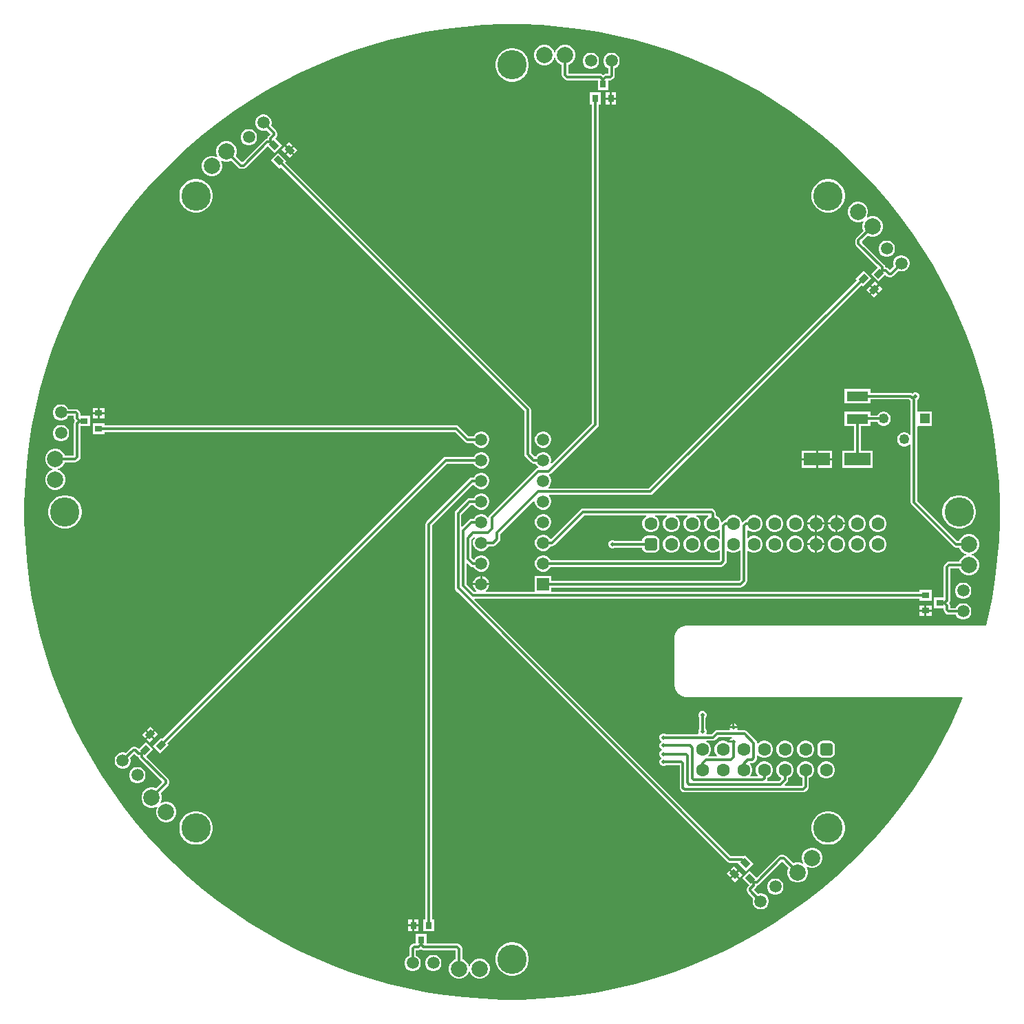
<source format=gtl>
G04*
G04 #@! TF.GenerationSoftware,Altium Limited,Altium Designer,24.7.2 (38)*
G04*
G04 Layer_Physical_Order=1*
G04 Layer_Color=255*
%FSLAX44Y44*%
%MOMM*%
G71*
G04*
G04 #@! TF.SameCoordinates,368DA5F4-0558-4B36-8F9D-AB2494F627D1*
G04*
G04*
G04 #@! TF.FilePolarity,Positive*
G04*
G01*
G75*
G04:AMPARAMS|DCode=18|XSize=0.972mm|YSize=0.802mm|CornerRadius=0mm|HoleSize=0mm|Usage=FLASHONLY|Rotation=45.000|XOffset=0mm|YOffset=0mm|HoleType=Round|Shape=Rectangle|*
%AMROTATEDRECTD18*
4,1,4,-0.0601,-0.6272,-0.6272,-0.0601,0.0601,0.6272,0.6272,0.0601,-0.0601,-0.6272,0.0*
%
%ADD18ROTATEDRECTD18*%

G04:AMPARAMS|DCode=19|XSize=0.972mm|YSize=0.802mm|CornerRadius=0mm|HoleSize=0mm|Usage=FLASHONLY|Rotation=135.000|XOffset=0mm|YOffset=0mm|HoleType=Round|Shape=Rectangle|*
%AMROTATEDRECTD19*
4,1,4,0.6272,-0.0601,0.0601,-0.6272,-0.6272,0.0601,-0.0601,0.6272,0.6272,-0.0601,0.0*
%
%ADD19ROTATEDRECTD19*%

%ADD20R,0.9720X0.8020*%
%ADD21R,0.8020X0.9720*%
%ADD22R,3.2000X1.6000*%
%ADD23R,2.6582X1.2557*%
%ADD25C,2.0000*%
%ADD33C,0.3000*%
%ADD34C,1.5000*%
%ADD35C,3.6000*%
G04:AMPARAMS|DCode=36|XSize=1.6mm|YSize=1.6mm|CornerRadius=0.4mm|HoleSize=0mm|Usage=FLASHONLY|Rotation=180.000|XOffset=0mm|YOffset=0mm|HoleType=Round|Shape=RoundedRectangle|*
%AMROUNDEDRECTD36*
21,1,1.6000,0.8000,0,0,180.0*
21,1,0.8000,1.6000,0,0,180.0*
1,1,0.8000,-0.4000,0.4000*
1,1,0.8000,0.4000,0.4000*
1,1,0.8000,0.4000,-0.4000*
1,1,0.8000,-0.4000,-0.4000*
%
%ADD36ROUNDEDRECTD36*%
%ADD37C,1.6000*%
%ADD38C,1.2500*%
%ADD39R,1.2500X1.2500*%
%ADD40R,1.5000X1.5000*%
%ADD41C,0.5000*%
G36*
X35329Y599075D02*
X58822Y597226D01*
X82223Y594456D01*
X105498Y590770D01*
X128610Y586172D01*
X151524Y580671D01*
X174204Y574275D01*
X196616Y566993D01*
X218724Y558837D01*
X240496Y549819D01*
X261896Y539953D01*
X282893Y529255D01*
X303453Y517740D01*
X323545Y505428D01*
X343139Y492336D01*
X362203Y478485D01*
X380709Y463896D01*
X398628Y448591D01*
X415933Y432596D01*
X432596Y415933D01*
X448591Y398628D01*
X463896Y380709D01*
X478485Y362203D01*
X492336Y343139D01*
X505428Y323545D01*
X517740Y303453D01*
X529255Y282893D01*
X539953Y261896D01*
X549819Y240496D01*
X558837Y218724D01*
X566993Y196616D01*
X574275Y174204D01*
X580671Y151524D01*
X586172Y128610D01*
X590770Y105498D01*
X594456Y82223D01*
X597226Y58822D01*
X599075Y35329D01*
X600000Y11782D01*
Y-0D01*
Y-11782D01*
X599075Y-35329D01*
X597226Y-58822D01*
X594456Y-82223D01*
X590770Y-105498D01*
X586172Y-128610D01*
X583450Y-139951D01*
X215000Y-139951D01*
X215000Y-139951D01*
X213769D01*
X213523Y-140000D01*
X213272D01*
X210856Y-140480D01*
X210625Y-140577D01*
X210378Y-140626D01*
X208103Y-141568D01*
X207895Y-141707D01*
X207663Y-141803D01*
X205615Y-143171D01*
X205438Y-143349D01*
X205229Y-143488D01*
X204359Y-144359D01*
X204359Y-144359D01*
X203478Y-145240D01*
X203338Y-145449D01*
X203161Y-145626D01*
X201776Y-147698D01*
X201680Y-147930D01*
X201541Y-148139D01*
X200587Y-150441D01*
X200538Y-150687D01*
X200442Y-150919D01*
X199956Y-153363D01*
Y-153614D01*
X199907Y-153860D01*
Y-155106D01*
Y-212394D01*
Y-213578D01*
X199956Y-213824D01*
Y-214075D01*
X200418Y-216397D01*
X200514Y-216629D01*
X200563Y-216875D01*
X201469Y-219062D01*
X201608Y-219271D01*
X201705Y-219503D01*
X203020Y-221471D01*
X203197Y-221649D01*
X203337Y-221857D01*
X204806Y-223326D01*
X204806Y-223326D01*
X205632Y-224153D01*
X205841Y-224292D01*
X206018Y-224470D01*
X207962Y-225769D01*
X208194Y-225865D01*
X208403Y-226004D01*
X210563Y-226899D01*
X210809Y-226948D01*
X211041Y-227044D01*
X213334Y-227500D01*
X213585D01*
X213831Y-227549D01*
X215000D01*
X554038Y-227549D01*
X554744Y-228605D01*
X549819Y-240496D01*
X539953Y-261896D01*
X529255Y-282893D01*
X517740Y-303453D01*
X505428Y-323545D01*
X492336Y-343139D01*
X478485Y-362203D01*
X463896Y-380709D01*
X448591Y-398628D01*
X432595Y-415933D01*
X415933Y-432596D01*
X398628Y-448591D01*
X380709Y-463896D01*
X362203Y-478485D01*
X343139Y-492336D01*
X323545Y-505428D01*
X303453Y-517740D01*
X282892Y-529255D01*
X261896Y-539953D01*
X240496Y-549819D01*
X218724Y-558837D01*
X196616Y-566993D01*
X174204Y-574275D01*
X151524Y-580671D01*
X128610Y-586172D01*
X105498Y-590770D01*
X82223Y-594456D01*
X58822Y-597226D01*
X35329Y-599075D01*
X11782Y-600000D01*
X-0D01*
X-11783Y-600000D01*
X-35329Y-599075D01*
X-58822Y-597226D01*
X-82223Y-594456D01*
X-105498Y-590770D01*
X-128610Y-586172D01*
X-151524Y-580671D01*
X-174205Y-574275D01*
X-196616Y-566993D01*
X-218724Y-558837D01*
X-240496Y-549819D01*
X-261896Y-539953D01*
X-282893Y-529255D01*
X-303453Y-517741D01*
X-323545Y-505428D01*
X-343139Y-492336D01*
X-362203Y-478485D01*
X-380709Y-463896D01*
X-398628Y-448591D01*
X-415933Y-432596D01*
X-432596Y-415933D01*
X-448591Y-398628D01*
X-463896Y-380709D01*
X-478485Y-362203D01*
X-492336Y-343139D01*
X-505428Y-323545D01*
X-517740Y-303453D01*
X-529255Y-282893D01*
X-539953Y-261896D01*
X-549819Y-240496D01*
X-558837Y-218724D01*
X-566993Y-196616D01*
X-574275Y-174205D01*
X-580671Y-151524D01*
X-586172Y-128610D01*
X-590770Y-105498D01*
X-594456Y-82223D01*
X-597226Y-58822D01*
X-599075Y-35329D01*
X-600000Y-11783D01*
X-600000Y-0D01*
X-600000Y11782D01*
X-599075Y35329D01*
X-597226Y58822D01*
X-594456Y82223D01*
X-590770Y105498D01*
X-586173Y128610D01*
X-580671Y151524D01*
X-574275Y174204D01*
X-566993Y196616D01*
X-558837Y218724D01*
X-549819Y240496D01*
X-539953Y261896D01*
X-529255Y282892D01*
X-517741Y303453D01*
X-505428Y323545D01*
X-492336Y343139D01*
X-478485Y362203D01*
X-463896Y380709D01*
X-448591Y398628D01*
X-432596Y415933D01*
X-415933Y432595D01*
X-398628Y448591D01*
X-380709Y463896D01*
X-362203Y478485D01*
X-343139Y492336D01*
X-323545Y505428D01*
X-303453Y517740D01*
X-282893Y529255D01*
X-261896Y539953D01*
X-240496Y549819D01*
X-218724Y558837D01*
X-196616Y566993D01*
X-174204Y574275D01*
X-151524Y580671D01*
X-128610Y586172D01*
X-105498Y590770D01*
X-82223Y594456D01*
X-58822Y597226D01*
X-35329Y599075D01*
X-11782Y600000D01*
X-0Y600000D01*
X11782Y600000D01*
X35329Y599075D01*
D02*
G37*
%LPC*%
G36*
X66846Y574500D02*
X63554D01*
X60375Y573648D01*
X57525Y572002D01*
X55198Y569675D01*
X53552Y566825D01*
X53158Y565353D01*
X51843D01*
X51448Y566825D01*
X49803Y569675D01*
X47475Y572002D01*
X44625Y573648D01*
X41446Y574500D01*
X38154D01*
X34975Y573648D01*
X32125Y572002D01*
X29798Y569675D01*
X28152Y566825D01*
X27300Y563646D01*
Y560354D01*
X28152Y557175D01*
X29798Y554325D01*
X32125Y551997D01*
X34975Y550352D01*
X38154Y549500D01*
X41446D01*
X44625Y550352D01*
X47475Y551997D01*
X49803Y554325D01*
X51448Y557175D01*
X51843Y558647D01*
X53158D01*
X53552Y557175D01*
X55198Y554325D01*
X57525Y551997D01*
X60375Y550352D01*
X61122Y550152D01*
Y537500D01*
X61122Y537500D01*
X61432Y535939D01*
X62316Y534616D01*
X64816Y532116D01*
X66139Y531232D01*
X67700Y530922D01*
X67700Y530922D01*
X105490D01*
Y518990D01*
X118510D01*
Y530922D01*
X120643D01*
X120643Y530922D01*
X122203Y531232D01*
X123526Y532116D01*
X125284Y533873D01*
X125284Y533873D01*
X126168Y535196D01*
X126478Y536757D01*
Y545808D01*
X128540Y546998D01*
X130402Y548860D01*
X131718Y551140D01*
X132400Y553684D01*
Y556317D01*
X131718Y558860D01*
X130402Y561140D01*
X128540Y563002D01*
X126260Y564319D01*
X123716Y565000D01*
X121083D01*
X118540Y564319D01*
X116260Y563002D01*
X114398Y561140D01*
X113081Y558860D01*
X112400Y556317D01*
Y553684D01*
X113081Y551140D01*
X114398Y548860D01*
X116260Y546998D01*
X118322Y545808D01*
Y539078D01*
X115100D01*
X115100Y539078D01*
X113540Y538768D01*
X112217Y537884D01*
X112000Y537668D01*
X111784Y537884D01*
X110461Y538768D01*
X108900Y539078D01*
X108900Y539078D01*
X69389D01*
X69278Y539189D01*
Y550152D01*
X70025Y550352D01*
X72875Y551997D01*
X75203Y554325D01*
X76848Y557175D01*
X77700Y560354D01*
Y563646D01*
X76848Y566825D01*
X75203Y569675D01*
X72875Y572002D01*
X70025Y573648D01*
X66846Y574500D01*
D02*
G37*
G36*
X98316Y565000D02*
X95683D01*
X93140Y564319D01*
X90860Y563002D01*
X88998Y561140D01*
X87681Y558860D01*
X87000Y556317D01*
Y553684D01*
X87681Y551140D01*
X88998Y548860D01*
X90860Y546998D01*
X93140Y545682D01*
X95683Y545000D01*
X98316D01*
X100860Y545682D01*
X103140Y546998D01*
X105002Y548860D01*
X106318Y551140D01*
X107000Y553684D01*
Y556317D01*
X106318Y558860D01*
X105002Y561140D01*
X103140Y563002D01*
X100860Y564319D01*
X98316Y565000D01*
D02*
G37*
G36*
X2019Y570500D02*
X-2019D01*
X-5980Y569712D01*
X-9711Y568167D01*
X-13068Y565923D01*
X-15924Y563068D01*
X-18167Y559710D01*
X-19712Y555979D01*
X-20500Y552019D01*
Y547981D01*
X-19712Y544020D01*
X-18167Y540289D01*
X-15924Y536932D01*
X-13068Y534076D01*
X-9711Y531833D01*
X-5980Y530288D01*
X-2019Y529500D01*
X2019D01*
X5979Y530288D01*
X9710Y531833D01*
X13068Y534076D01*
X15923Y536932D01*
X18167Y540289D01*
X19712Y544020D01*
X20500Y547981D01*
Y552019D01*
X19712Y555979D01*
X18167Y559710D01*
X15923Y563068D01*
X13068Y565923D01*
X9710Y568167D01*
X5979Y569712D01*
X2019Y570500D01*
D02*
G37*
G36*
X128050Y516050D02*
X122770D01*
Y509920D01*
X128050D01*
Y516050D01*
D02*
G37*
G36*
X120230D02*
X114950D01*
Y509920D01*
X120230D01*
Y516050D01*
D02*
G37*
G36*
X128050Y507380D02*
X122770D01*
Y501250D01*
X128050D01*
Y507380D01*
D02*
G37*
G36*
X120230D02*
X114950D01*
Y501250D01*
X120230D01*
Y507380D01*
D02*
G37*
G36*
X-322534Y471030D02*
X-325167D01*
X-327710Y470349D01*
X-329990Y469032D01*
X-331852Y467170D01*
X-333169Y464890D01*
X-333850Y462347D01*
Y459714D01*
X-333169Y457170D01*
X-331852Y454890D01*
X-329990Y453028D01*
X-327710Y451712D01*
X-325167Y451030D01*
X-322534D01*
X-319990Y451712D01*
X-317710Y453028D01*
X-315848Y454890D01*
X-314532Y457170D01*
X-313850Y459714D01*
Y462347D01*
X-314532Y464890D01*
X-315848Y467170D01*
X-317710Y469032D01*
X-319990Y470349D01*
X-322534Y471030D01*
D02*
G37*
G36*
X-274356Y455443D02*
X-278089Y451710D01*
X-273755Y447375D01*
X-270021Y451109D01*
X-274356Y455443D01*
D02*
G37*
G36*
X-279885Y449914D02*
X-283619Y446180D01*
X-279284Y441846D01*
X-275551Y445579D01*
X-279885Y449914D01*
D02*
G37*
G36*
X-268225Y449313D02*
X-271959Y445579D01*
X-267624Y441245D01*
X-263891Y444978D01*
X-268225Y449313D01*
D02*
G37*
G36*
X-273755Y443783D02*
X-277488Y440050D01*
X-273154Y435715D01*
X-269420Y439449D01*
X-273755Y443783D01*
D02*
G37*
G36*
X-304573Y488991D02*
X-307206D01*
X-309749Y488309D01*
X-312029Y486992D01*
X-313891Y485131D01*
X-315208Y482850D01*
X-315889Y480307D01*
Y477674D01*
X-315208Y475131D01*
X-313891Y472850D01*
X-312029Y470989D01*
X-309749Y469672D01*
X-307206Y468991D01*
X-304573D01*
X-302274Y469607D01*
X-297521Y464853D01*
X-299797Y462570D01*
X-300236Y461912D01*
X-300678Y461251D01*
X-300678Y461248D01*
X-300680Y461246D01*
X-300830Y460485D01*
X-301301Y459388D01*
X-302121Y459225D01*
X-302861Y459078D01*
X-302861Y459078D01*
X-302861Y459078D01*
X-303494Y458655D01*
X-304184Y458194D01*
X-304184Y458194D01*
X-304184Y458193D01*
X-331335Y431033D01*
X-333065Y431033D01*
X-340030Y438003D01*
X-339642Y438675D01*
X-338790Y441855D01*
Y445146D01*
X-339642Y448325D01*
X-341287Y451175D01*
X-343615Y453503D01*
X-346465Y455148D01*
X-349644Y456000D01*
X-352935D01*
X-356115Y455148D01*
X-358965Y453503D01*
X-361292Y451175D01*
X-362938Y448325D01*
X-363790Y445146D01*
Y441855D01*
X-362938Y438675D01*
X-362176Y437356D01*
X-363106Y436426D01*
X-364425Y437188D01*
X-367604Y438040D01*
X-370896D01*
X-374075Y437188D01*
X-376925Y435542D01*
X-379253Y433215D01*
X-380898Y430365D01*
X-381750Y427186D01*
Y423894D01*
X-380898Y420715D01*
X-379253Y417865D01*
X-376925Y415537D01*
X-374075Y413892D01*
X-370896Y413040D01*
X-367604D01*
X-364425Y413892D01*
X-361575Y415537D01*
X-359248Y417865D01*
X-357602Y420715D01*
X-356750Y423894D01*
Y427186D01*
X-357602Y430365D01*
X-358364Y431684D01*
X-357434Y432614D01*
X-356115Y431852D01*
X-352935Y431000D01*
X-349644D01*
X-346465Y431852D01*
X-345799Y432237D01*
X-336855Y423287D01*
X-336854Y423287D01*
X-336854Y423286D01*
X-336178Y422834D01*
X-335532Y422402D01*
X-335531Y422402D01*
X-335531Y422402D01*
X-334803Y422257D01*
X-333971Y422092D01*
X-333970Y422092D01*
X-333970Y422092D01*
X-330430D01*
X-330430Y422092D01*
X-330429Y422092D01*
X-329545Y422268D01*
X-328869Y422402D01*
X-328869Y422402D01*
X-328869Y422402D01*
X-328236Y422826D01*
X-327546Y423286D01*
X-327546Y423287D01*
X-327546Y423287D01*
X-301464Y449377D01*
X-300194Y449378D01*
X-292387Y441570D01*
X-283180Y450777D01*
X-291621Y459217D01*
X-290112Y460730D01*
X-289674Y461389D01*
X-289232Y462049D01*
X-289232Y462052D01*
X-289230Y462054D01*
X-289074Y462846D01*
X-288922Y463610D01*
Y463615D01*
X-288922Y463615D01*
X-288922Y463615D01*
Y466100D01*
X-288922Y466100D01*
X-289232Y467661D01*
X-289232Y467661D01*
X-289232Y467661D01*
X-289788Y468492D01*
X-290116Y468984D01*
X-290116Y468984D01*
X-290116Y468984D01*
X-296506Y475374D01*
X-295889Y477674D01*
Y480307D01*
X-296571Y482850D01*
X-297887Y485131D01*
X-299749Y486992D01*
X-302029Y488309D01*
X-304573Y488991D01*
D02*
G37*
G36*
X390928Y409410D02*
X386890D01*
X382929Y408622D01*
X379198Y407077D01*
X375841Y404833D01*
X372985Y401978D01*
X370742Y398620D01*
X369197Y394890D01*
X368409Y390929D01*
Y386891D01*
X369197Y382930D01*
X370742Y379200D01*
X372985Y375842D01*
X375841Y372987D01*
X379198Y370743D01*
X382929Y369198D01*
X386890Y368410D01*
X390928D01*
X394888Y369198D01*
X398619Y370743D01*
X401977Y372987D01*
X404832Y375842D01*
X407076Y379200D01*
X408621Y382930D01*
X409409Y386891D01*
Y390929D01*
X408621Y394890D01*
X407076Y398620D01*
X404832Y401978D01*
X401977Y404833D01*
X398619Y407077D01*
X394888Y408622D01*
X390928Y409410D01*
D02*
G37*
G36*
X-386891D02*
X-390929D01*
X-394889Y408622D01*
X-398620Y407077D01*
X-401978Y404833D01*
X-404833Y401978D01*
X-407077Y398620D01*
X-408622Y394890D01*
X-409410Y390929D01*
Y386891D01*
X-408622Y382930D01*
X-407077Y379200D01*
X-404833Y375842D01*
X-401978Y372987D01*
X-398620Y370743D01*
X-394889Y369198D01*
X-390929Y368410D01*
X-386891D01*
X-382930Y369198D01*
X-379199Y370743D01*
X-375842Y372987D01*
X-372986Y375842D01*
X-370743Y379200D01*
X-369198Y382930D01*
X-368410Y386891D01*
Y390929D01*
X-369198Y394890D01*
X-370743Y398620D01*
X-372986Y401978D01*
X-375842Y404833D01*
X-379199Y407077D01*
X-382930Y408622D01*
X-386891Y409410D01*
D02*
G37*
G36*
X427182Y381751D02*
X423891D01*
X420712Y380900D01*
X417862Y379254D01*
X415534Y376927D01*
X413889Y374076D01*
X413037Y370897D01*
Y367606D01*
X413889Y364427D01*
X415534Y361576D01*
X417862Y359249D01*
X420712Y357603D01*
X423891Y356751D01*
X427182D01*
X430362Y357603D01*
X431682Y358366D01*
X432612Y357436D01*
X431849Y356115D01*
X430998Y352936D01*
Y349645D01*
X431849Y346466D01*
X432235Y345798D01*
X423287Y336854D01*
X423287Y336854D01*
X423286Y336854D01*
X422830Y336171D01*
X422402Y335532D01*
X422402Y335531D01*
X422402Y335531D01*
X422261Y334822D01*
X422092Y333971D01*
X422092Y333970D01*
X422092Y333970D01*
Y330430D01*
X422092Y330430D01*
X422092Y330429D01*
X422268Y329545D01*
X422402Y328869D01*
X422402Y328869D01*
X422402Y328869D01*
X422826Y328236D01*
X423286Y327546D01*
X423287Y327546D01*
X423287Y327546D01*
X449378Y301463D01*
X449378Y300193D01*
X441574Y292389D01*
X450781Y283182D01*
X459218Y291620D01*
X460730Y290112D01*
X461389Y289674D01*
X462049Y289232D01*
X462052Y289232D01*
X462054Y289230D01*
X462846Y289074D01*
X463610Y288922D01*
X463615D01*
X463615Y288922D01*
X463615Y288922D01*
X466100D01*
X466100Y288922D01*
X467661Y289232D01*
X468984Y290116D01*
X475378Y296511D01*
X477677Y295895D01*
X480311D01*
X482854Y296576D01*
X485134Y297893D01*
X486996Y299755D01*
X488312Y302035D01*
X488994Y304578D01*
Y307211D01*
X488312Y309755D01*
X486996Y312035D01*
X485134Y313897D01*
X482854Y315213D01*
X480311Y315895D01*
X477677D01*
X475134Y315213D01*
X472854Y313897D01*
X470992Y312035D01*
X469675Y309755D01*
X468994Y307211D01*
Y304578D01*
X469610Y302278D01*
X464853Y297521D01*
X462570Y299797D01*
X461912Y300236D01*
X461251Y300678D01*
X461248Y300678D01*
X461246Y300680D01*
X460485Y300830D01*
X459388Y301301D01*
X459225Y302121D01*
X459078Y302861D01*
X459078Y302861D01*
X459078Y302861D01*
X458655Y303494D01*
X458194Y304184D01*
X458194Y304184D01*
X458193Y304184D01*
X431033Y331335D01*
X431033Y333065D01*
X438002Y340030D01*
X438673Y339642D01*
X441852Y338791D01*
X445143D01*
X448322Y339642D01*
X451173Y341288D01*
X453500Y343615D01*
X455146Y346466D01*
X455998Y349645D01*
Y352936D01*
X455146Y356115D01*
X453500Y358966D01*
X451173Y361293D01*
X448322Y362939D01*
X445143Y363791D01*
X441852D01*
X438673Y362939D01*
X437352Y362176D01*
X436422Y363106D01*
X437185Y364427D01*
X438037Y367606D01*
Y370897D01*
X437185Y374076D01*
X435539Y376927D01*
X433212Y379254D01*
X430362Y380900D01*
X427182Y381751D01*
D02*
G37*
G36*
X462350Y333855D02*
X459717D01*
X457174Y333173D01*
X454894Y331857D01*
X453032Y329995D01*
X451715Y327715D01*
X451034Y325172D01*
Y322538D01*
X451715Y319995D01*
X453032Y317715D01*
X454894Y315853D01*
X457174Y314536D01*
X459717Y313855D01*
X462350D01*
X464893Y314536D01*
X467174Y315853D01*
X469036Y317715D01*
X470352Y319995D01*
X471034Y322538D01*
Y325172D01*
X470352Y327715D01*
X469036Y329995D01*
X467174Y331857D01*
X464893Y333173D01*
X462350Y333855D01*
D02*
G37*
G36*
X446184Y283621D02*
X441850Y279286D01*
X445583Y275553D01*
X449918Y279887D01*
X446184Y283621D01*
D02*
G37*
G36*
X451714Y278091D02*
X447379Y273757D01*
X451113Y270023D01*
X455448Y274358D01*
X451714Y278091D01*
D02*
G37*
G36*
X440054Y277490D02*
X435719Y273155D01*
X439453Y269422D01*
X443787Y273757D01*
X440054Y277490D01*
D02*
G37*
G36*
X445583Y271961D02*
X441249Y267626D01*
X444982Y263892D01*
X449317Y268227D01*
X445583Y271961D01*
D02*
G37*
G36*
X-501250Y128050D02*
X-507380D01*
Y122770D01*
X-501250D01*
Y128050D01*
D02*
G37*
G36*
X-509920D02*
X-516050D01*
Y122770D01*
X-509920D01*
Y128050D01*
D02*
G37*
G36*
X458252Y123400D02*
X455948D01*
X453723Y122804D01*
X451728Y121652D01*
X450098Y120022D01*
X449351Y118728D01*
X440791D01*
Y123254D01*
X409209D01*
Y105696D01*
X420922D01*
Y75500D01*
X406500D01*
Y54500D01*
X443500D01*
Y75500D01*
X429079D01*
Y105696D01*
X440791D01*
Y110572D01*
X449351D01*
X450098Y109277D01*
X451728Y107648D01*
X453723Y106496D01*
X455948Y105900D01*
X458252D01*
X460478Y106496D01*
X462473Y107648D01*
X464102Y109277D01*
X465254Y111272D01*
X465850Y113498D01*
Y115802D01*
X465254Y118027D01*
X464102Y120022D01*
X462473Y121652D01*
X460478Y122804D01*
X458252Y123400D01*
D02*
G37*
G36*
X-501250Y120230D02*
X-507380D01*
Y114950D01*
X-501250D01*
Y120230D01*
D02*
G37*
G36*
X-509920D02*
X-516050D01*
Y114950D01*
X-509920D01*
Y120230D01*
D02*
G37*
G36*
X440791Y151279D02*
X409209D01*
Y133721D01*
X440791D01*
Y138422D01*
X488311D01*
X490445Y136287D01*
Y95413D01*
X489175Y94950D01*
X487873Y96252D01*
X485878Y97404D01*
X483652Y98000D01*
X481348D01*
X479123Y97404D01*
X477128Y96252D01*
X475499Y94622D01*
X474347Y92627D01*
X473750Y90402D01*
Y88098D01*
X474347Y85872D01*
X475499Y83877D01*
X477128Y82248D01*
X479123Y81096D01*
X481348Y80500D01*
X483652D01*
X485878Y81096D01*
X487873Y82248D01*
X489175Y83550D01*
X490445Y83087D01*
Y11655D01*
X490445Y11654D01*
X490755Y10094D01*
X491639Y8771D01*
X543093Y-42684D01*
X543093Y-42684D01*
X544417Y-43568D01*
X545977Y-43878D01*
X550152D01*
X550352Y-44625D01*
X551998Y-47475D01*
X554325Y-49802D01*
X557175Y-51448D01*
X558647Y-51842D01*
Y-53157D01*
X557175Y-53552D01*
X554325Y-55197D01*
X551998Y-57525D01*
X550352Y-60375D01*
X550152Y-61122D01*
X537500D01*
X537500Y-61122D01*
X535939Y-61432D01*
X534616Y-62316D01*
X532116Y-64816D01*
X531232Y-66139D01*
X530922Y-67700D01*
X530922Y-67700D01*
Y-105488D01*
X518990D01*
Y-118508D01*
X530922D01*
Y-120643D01*
X530922Y-120643D01*
X531232Y-122204D01*
X532116Y-123527D01*
X533873Y-125284D01*
X533873Y-125284D01*
X535196Y-126168D01*
X536757Y-126479D01*
X545808D01*
X546998Y-128540D01*
X548860Y-130402D01*
X551140Y-131719D01*
X553683Y-132400D01*
X556316D01*
X558860Y-131719D01*
X561140Y-130402D01*
X563002Y-128540D01*
X564319Y-126260D01*
X565000Y-123717D01*
Y-121084D01*
X564319Y-118540D01*
X563002Y-116260D01*
X561140Y-114398D01*
X558860Y-113082D01*
X556316Y-112400D01*
X553683D01*
X551140Y-113082D01*
X548860Y-114398D01*
X546998Y-116260D01*
X545808Y-118322D01*
X539078D01*
Y-115100D01*
X538922Y-114314D01*
X538769Y-113541D01*
X538768Y-113540D01*
X538768Y-113539D01*
X538310Y-112854D01*
X537885Y-112218D01*
X537884Y-111784D01*
X538346Y-111092D01*
X538767Y-110462D01*
X538768Y-110461D01*
X538768Y-110461D01*
X538915Y-109720D01*
X539078Y-108901D01*
X539078Y-108901D01*
X539078Y-108900D01*
Y-69389D01*
X539189Y-69278D01*
X550152D01*
X550352Y-70025D01*
X551998Y-72875D01*
X554325Y-75202D01*
X557175Y-76848D01*
X560354Y-77700D01*
X563646D01*
X566825Y-76848D01*
X569675Y-75202D01*
X572003Y-72875D01*
X573648Y-70025D01*
X574500Y-66845D01*
Y-63554D01*
X573648Y-60375D01*
X572003Y-57525D01*
X569675Y-55197D01*
X566825Y-53552D01*
X565353Y-53157D01*
Y-51842D01*
X566825Y-51448D01*
X569675Y-49802D01*
X572003Y-47475D01*
X573648Y-44625D01*
X574500Y-41445D01*
Y-38154D01*
X573648Y-34975D01*
X572003Y-32125D01*
X569675Y-29797D01*
X566825Y-28152D01*
X563646Y-27300D01*
X560354D01*
X557175Y-28152D01*
X554325Y-29797D01*
X551998Y-32125D01*
X550352Y-34975D01*
X550152Y-35721D01*
X547667D01*
X498601Y13344D01*
Y104857D01*
X499150Y105900D01*
X499871Y105900D01*
X516650D01*
Y123400D01*
X499871D01*
X499150Y123400D01*
X498601Y124443D01*
Y137977D01*
X498585Y138059D01*
X499072Y138261D01*
X500479Y139668D01*
X501240Y141505D01*
Y143495D01*
X500479Y145332D01*
X499072Y146739D01*
X497235Y147500D01*
X495246D01*
X493408Y146739D01*
X492386Y145717D01*
X491561Y146268D01*
X490000Y146578D01*
X490000Y146578D01*
X440791D01*
Y151279D01*
D02*
G37*
G36*
X-553683Y107000D02*
X-556316D01*
X-558860Y106319D01*
X-561140Y105002D01*
X-563002Y103140D01*
X-564318Y100860D01*
X-565000Y98316D01*
Y95683D01*
X-564318Y93140D01*
X-563002Y90860D01*
X-561140Y88998D01*
X-558860Y87682D01*
X-556316Y87000D01*
X-553683D01*
X-551140Y87682D01*
X-548860Y88998D01*
X-546998Y90860D01*
X-545681Y93140D01*
X-545000Y95683D01*
Y98316D01*
X-545681Y100860D01*
X-546998Y103140D01*
X-548860Y105002D01*
X-551140Y106319D01*
X-553683Y107000D01*
D02*
G37*
G36*
X39416Y98900D02*
X36783D01*
X34240Y98218D01*
X31960Y96902D01*
X30098Y95040D01*
X28781Y92760D01*
X28100Y90216D01*
Y87583D01*
X28781Y85040D01*
X30098Y82760D01*
X31960Y80898D01*
X34240Y79581D01*
X36783Y78900D01*
X39416D01*
X41960Y79581D01*
X44240Y80898D01*
X46102Y82760D01*
X47418Y85040D01*
X48100Y87583D01*
Y90216D01*
X47418Y92760D01*
X46102Y95040D01*
X44240Y96902D01*
X41960Y98218D01*
X39416Y98900D01*
D02*
G37*
G36*
X-501290Y109010D02*
X-516010D01*
Y95990D01*
X-501290D01*
Y98422D01*
X-70289D01*
X-57884Y86016D01*
X-57884Y86016D01*
X-56561Y85132D01*
X-55000Y84822D01*
X-55000Y84822D01*
X-47292D01*
X-46102Y82760D01*
X-44240Y80898D01*
X-41960Y79581D01*
X-39417Y78900D01*
X-36784D01*
X-34240Y79581D01*
X-31960Y80898D01*
X-30098Y82760D01*
X-28782Y85040D01*
X-28100Y87583D01*
Y90216D01*
X-28782Y92760D01*
X-30098Y95040D01*
X-31960Y96902D01*
X-34240Y98218D01*
X-36784Y98900D01*
X-39417D01*
X-41960Y98218D01*
X-44240Y96902D01*
X-46102Y95040D01*
X-47292Y92978D01*
X-53310D01*
X-65716Y105384D01*
X-67039Y106268D01*
X-68600Y106579D01*
X-68600Y106578D01*
X-501290D01*
Y109010D01*
D02*
G37*
G36*
X-553683Y132400D02*
X-556316D01*
X-558860Y131719D01*
X-561140Y130402D01*
X-563002Y128540D01*
X-564318Y126260D01*
X-565000Y123716D01*
Y121083D01*
X-564318Y118540D01*
X-563002Y116260D01*
X-561140Y114398D01*
X-558860Y113082D01*
X-556316Y112400D01*
X-553683D01*
X-551140Y113082D01*
X-548860Y114398D01*
X-546998Y116260D01*
X-545807Y118322D01*
X-539078D01*
Y115100D01*
X-539078Y115100D01*
X-538768Y113539D01*
X-537884Y112216D01*
Y111784D01*
X-537884Y111783D01*
X-538225Y111273D01*
X-538768Y110461D01*
X-538768Y110460D01*
X-538768Y110460D01*
X-538955Y109518D01*
X-539078Y108900D01*
Y108900D01*
X-539078Y108899D01*
X-539078Y108899D01*
Y69389D01*
X-539189Y69278D01*
X-550152D01*
X-550352Y70025D01*
X-551998Y72875D01*
X-554325Y75203D01*
X-557175Y76848D01*
X-560354Y77700D01*
X-563646D01*
X-566825Y76848D01*
X-569675Y75203D01*
X-572003Y72875D01*
X-573648Y70025D01*
X-574500Y66846D01*
Y63555D01*
X-573648Y60375D01*
X-572003Y57525D01*
X-569675Y55198D01*
X-566825Y53552D01*
X-565353Y53158D01*
Y51843D01*
X-566825Y51448D01*
X-569675Y49803D01*
X-572003Y47475D01*
X-573648Y44625D01*
X-574500Y41446D01*
Y38154D01*
X-573648Y34975D01*
X-572003Y32125D01*
X-569675Y29798D01*
X-566825Y28152D01*
X-563646Y27300D01*
X-560354D01*
X-557175Y28152D01*
X-554325Y29798D01*
X-551998Y32125D01*
X-550352Y34975D01*
X-549500Y38154D01*
Y41446D01*
X-550352Y44625D01*
X-551998Y47475D01*
X-554325Y49803D01*
X-557175Y51448D01*
X-558647Y51843D01*
Y53158D01*
X-557175Y53552D01*
X-554325Y55198D01*
X-551998Y57525D01*
X-550352Y60375D01*
X-550152Y61122D01*
X-537500D01*
X-537500Y61122D01*
X-535939Y61432D01*
X-534616Y62316D01*
X-532116Y64816D01*
X-531232Y66139D01*
X-530922Y67700D01*
X-530922Y67700D01*
Y105490D01*
X-518990D01*
Y118510D01*
X-530922D01*
Y120643D01*
X-530922Y120643D01*
X-530922Y120643D01*
X-531076Y121420D01*
X-531232Y122204D01*
X-531232Y122204D01*
X-531232Y122204D01*
X-531624Y122791D01*
X-532116Y123527D01*
X-532116Y123527D01*
X-532117Y123527D01*
X-533874Y125284D01*
X-533874Y125284D01*
X-533874Y125284D01*
X-533874Y125284D01*
X-534468Y125681D01*
X-535197Y126168D01*
X-535197Y126168D01*
X-535197Y126168D01*
X-536078Y126343D01*
X-536758Y126478D01*
X-536758D01*
X-536758Y126478D01*
X-536758Y126478D01*
X-545807D01*
X-546998Y128540D01*
X-548860Y130402D01*
X-551140Y131719D01*
X-553683Y132400D01*
D02*
G37*
G36*
X393540Y75540D02*
X376270D01*
Y66270D01*
X393540D01*
Y75540D01*
D02*
G37*
G36*
X373730D02*
X356460D01*
Y66270D01*
X373730D01*
Y75540D01*
D02*
G37*
G36*
X109010Y516010D02*
X95990D01*
Y501290D01*
X98422D01*
Y109189D01*
X48682Y59450D01*
X47543Y60107D01*
X48100Y62183D01*
Y64816D01*
X47418Y67360D01*
X46102Y69640D01*
X44240Y71502D01*
X41960Y72818D01*
X39416Y73500D01*
X36783D01*
X34240Y72818D01*
X31960Y71502D01*
X30098Y69640D01*
X29229Y68135D01*
X27778Y67990D01*
X23316Y72452D01*
Y125762D01*
X23316Y125762D01*
X23006Y127323D01*
X22122Y128646D01*
X-279079Y429847D01*
X-277382Y431544D01*
X-287791Y441952D01*
X-296997Y432746D01*
X-286589Y422337D01*
X-284847Y424079D01*
X15159Y124073D01*
Y70762D01*
X15159Y70762D01*
X15470Y69201D01*
X16354Y67878D01*
X23616Y60616D01*
X24939Y59732D01*
X26500Y59422D01*
X26500Y59422D01*
X28907D01*
X30098Y57360D01*
X31960Y55498D01*
X32266Y55321D01*
X32038Y53986D01*
X30939Y53768D01*
X29616Y52884D01*
X29616Y52884D01*
X-27609Y-4342D01*
X-27609Y-4342D01*
X-28493Y-5665D01*
X-28661Y-6509D01*
X-30000Y-6730D01*
X-30098Y-6560D01*
X-31960Y-4698D01*
X-34240Y-3382D01*
X-36784Y-2700D01*
X-39417D01*
X-41960Y-3382D01*
X-44240Y-4698D01*
X-46102Y-6560D01*
X-47292Y-8622D01*
X-49700D01*
X-49700Y-8622D01*
X-51260Y-8932D01*
X-51261Y-8932D01*
X-52584Y-9816D01*
X-61248Y-18480D01*
X-62422Y-17994D01*
Y-3190D01*
X-50610Y8622D01*
X-47292D01*
X-46102Y6560D01*
X-44240Y4698D01*
X-41960Y3381D01*
X-39417Y2700D01*
X-36784D01*
X-34240Y3381D01*
X-31960Y4698D01*
X-30098Y6560D01*
X-28782Y8840D01*
X-28100Y11383D01*
Y14016D01*
X-28782Y16560D01*
X-30098Y18840D01*
X-31960Y20702D01*
X-34240Y22018D01*
X-36784Y22700D01*
X-39417D01*
X-41960Y22018D01*
X-44240Y20702D01*
X-46102Y18840D01*
X-47292Y16778D01*
X-52300D01*
X-53861Y16468D01*
X-55184Y15584D01*
X-55184Y15584D01*
X-69384Y1384D01*
X-70268Y60D01*
X-70578Y-1500D01*
X-70578Y-1500D01*
Y-93500D01*
X-70578Y-93500D01*
X-70268Y-95061D01*
X-69384Y-96384D01*
X264616Y-430384D01*
X264616Y-430384D01*
X265939Y-431268D01*
X267500Y-431578D01*
X267500Y-431578D01*
X277417D01*
X287791Y-441952D01*
X296997Y-432746D01*
X286588Y-422337D01*
X284758Y-424168D01*
X284106Y-423732D01*
X282545Y-423422D01*
X282545Y-423422D01*
X269189D01*
X-46481Y-107751D01*
X-45995Y-106578D01*
X501290D01*
Y-109008D01*
X516010D01*
Y-95988D01*
X501290D01*
Y-98421D01*
X48100D01*
Y-92978D01*
X281100D01*
X281100Y-92978D01*
X282661Y-92668D01*
X283984Y-91784D01*
X287884Y-87884D01*
X287884Y-87884D01*
X288768Y-86561D01*
X289078Y-85000D01*
Y-47824D01*
X290348Y-47297D01*
X291153Y-48102D01*
X293547Y-49484D01*
X296218Y-50200D01*
X298982D01*
X301653Y-49484D01*
X304047Y-48102D01*
X306002Y-46147D01*
X307384Y-43753D01*
X308100Y-41082D01*
Y-38317D01*
X307384Y-35647D01*
X306002Y-33253D01*
X304047Y-31298D01*
X301653Y-29915D01*
X298982Y-29200D01*
X296218D01*
X293547Y-29915D01*
X291153Y-31298D01*
X290348Y-32102D01*
X289078Y-31576D01*
Y-22424D01*
X290348Y-21897D01*
X291153Y-22702D01*
X293547Y-24084D01*
X296218Y-24800D01*
X298982D01*
X301653Y-24084D01*
X304047Y-22702D01*
X306002Y-20747D01*
X307384Y-18353D01*
X308100Y-15682D01*
Y-12917D01*
X307384Y-10247D01*
X306002Y-7853D01*
X304047Y-5898D01*
X301653Y-4515D01*
X298982Y-3800D01*
X296218D01*
X293547Y-4515D01*
X291153Y-5898D01*
X289198Y-7853D01*
X287830Y-10221D01*
X287802D01*
X287802Y-10221D01*
X286241Y-10532D01*
X284918Y-11416D01*
X284918Y-11416D01*
X283888Y-12445D01*
X282472Y-12066D01*
X281984Y-10247D01*
X280602Y-7853D01*
X278647Y-5898D01*
X276253Y-4515D01*
X273582Y-3800D01*
X270818D01*
X268147Y-4515D01*
X265753Y-5898D01*
X263798Y-7853D01*
X262421Y-10237D01*
X260939Y-10532D01*
X259616Y-11416D01*
X259616Y-11416D01*
X258509Y-12523D01*
X257093Y-12144D01*
X256584Y-10247D01*
X255202Y-7853D01*
X253247Y-5898D01*
X250878Y-4530D01*
Y-1757D01*
X250568Y-196D01*
X249684Y1127D01*
X249684Y1127D01*
X247927Y2884D01*
X246604Y3768D01*
X245043Y4078D01*
X245043Y4078D01*
X87500D01*
X85940Y3768D01*
X84616Y2884D01*
X84616Y2884D01*
X48375Y-33358D01*
X46796Y-33163D01*
X46102Y-31960D01*
X44240Y-30098D01*
X41960Y-28782D01*
X39416Y-28100D01*
X36783D01*
X34240Y-28782D01*
X31960Y-30098D01*
X30098Y-31960D01*
X28781Y-34240D01*
X28100Y-36784D01*
Y-39417D01*
X28781Y-41960D01*
X30098Y-44240D01*
X31960Y-46102D01*
X34240Y-47419D01*
X36783Y-48100D01*
X39416D01*
X41960Y-47419D01*
X44240Y-46102D01*
X46102Y-44240D01*
X47292Y-42179D01*
X49400D01*
X49400Y-42179D01*
X50961Y-41868D01*
X52284Y-40984D01*
X89190Y-4078D01*
X164764D01*
X165104Y-5349D01*
X164153Y-5898D01*
X162198Y-7853D01*
X160816Y-10247D01*
X160100Y-12917D01*
Y-15682D01*
X160816Y-18353D01*
X162198Y-20747D01*
X164153Y-22702D01*
X166547Y-24084D01*
X169218Y-24800D01*
X171982D01*
X174653Y-24084D01*
X177047Y-22702D01*
X179002Y-20747D01*
X180384Y-18353D01*
X181100Y-15682D01*
Y-12917D01*
X180384Y-10247D01*
X179002Y-7853D01*
X177047Y-5898D01*
X176096Y-5349D01*
X176436Y-4078D01*
X190164D01*
X190504Y-5349D01*
X189553Y-5898D01*
X187598Y-7853D01*
X186215Y-10247D01*
X185500Y-12917D01*
Y-15682D01*
X186215Y-18353D01*
X187598Y-20747D01*
X189553Y-22702D01*
X191947Y-24084D01*
X194618Y-24800D01*
X197382D01*
X200053Y-24084D01*
X202447Y-22702D01*
X204402Y-20747D01*
X205784Y-18353D01*
X206500Y-15682D01*
Y-12917D01*
X205784Y-10247D01*
X204402Y-7853D01*
X202447Y-5898D01*
X201496Y-5349D01*
X201836Y-4078D01*
X215564D01*
X215904Y-5349D01*
X214953Y-5898D01*
X212998Y-7853D01*
X211616Y-10247D01*
X210900Y-12917D01*
Y-15682D01*
X211616Y-18353D01*
X212998Y-20747D01*
X214953Y-22702D01*
X217347Y-24084D01*
X220018Y-24800D01*
X222782D01*
X225453Y-24084D01*
X227847Y-22702D01*
X229802Y-20747D01*
X231184Y-18353D01*
X231900Y-15682D01*
Y-12917D01*
X231184Y-10247D01*
X229802Y-7853D01*
X227847Y-5898D01*
X226896Y-5349D01*
X227236Y-4078D01*
X240964D01*
X241304Y-5349D01*
X240353Y-5898D01*
X238398Y-7853D01*
X237015Y-10247D01*
X236300Y-12917D01*
Y-15682D01*
X237015Y-18353D01*
X238398Y-20747D01*
X240353Y-22702D01*
X242747Y-24084D01*
X245418Y-24800D01*
X248182D01*
X250853Y-24084D01*
X253247Y-22702D01*
X254651Y-21298D01*
X255921Y-21823D01*
Y-32176D01*
X254651Y-32702D01*
X253247Y-31298D01*
X250853Y-29915D01*
X248182Y-29200D01*
X245418D01*
X242747Y-29915D01*
X240353Y-31298D01*
X238398Y-33253D01*
X237015Y-35647D01*
X236300Y-38317D01*
Y-41082D01*
X237015Y-43753D01*
X238398Y-46147D01*
X240353Y-48102D01*
X242747Y-49484D01*
X245418Y-50200D01*
X248182D01*
X250853Y-49484D01*
X253247Y-48102D01*
X254651Y-46698D01*
X255921Y-47224D01*
Y-58812D01*
X255312Y-59422D01*
X47292D01*
X46102Y-57360D01*
X44240Y-55498D01*
X41960Y-54182D01*
X39416Y-53500D01*
X36783D01*
X34240Y-54182D01*
X31960Y-55498D01*
X30098Y-57360D01*
X28781Y-59640D01*
X28100Y-62184D01*
Y-64817D01*
X28781Y-67360D01*
X30098Y-69640D01*
X31960Y-71502D01*
X34240Y-72819D01*
X36783Y-73500D01*
X39416D01*
X41960Y-72819D01*
X44240Y-71502D01*
X46102Y-69640D01*
X47292Y-67579D01*
X257002D01*
X257002Y-67578D01*
X257002Y-67579D01*
X257925Y-67395D01*
X258562Y-67268D01*
X258562Y-67268D01*
X258563Y-67268D01*
X259133Y-66887D01*
X259885Y-66384D01*
X259886Y-66384D01*
X259886Y-66384D01*
X262883Y-63385D01*
X262884Y-63385D01*
X262884Y-63385D01*
X262884Y-63385D01*
X263225Y-62874D01*
X263768Y-62062D01*
X263768Y-62062D01*
X263768Y-62062D01*
X263946Y-61164D01*
X264078Y-60501D01*
Y-60501D01*
X264078Y-60501D01*
X264078Y-60501D01*
Y-48087D01*
X265252Y-47600D01*
X265753Y-48102D01*
X268147Y-49484D01*
X270818Y-50200D01*
X273582D01*
X276253Y-49484D01*
X278647Y-48102D01*
X279652Y-47097D01*
X280922Y-47623D01*
Y-83311D01*
X279411Y-84822D01*
X48100D01*
Y-78900D01*
X28100D01*
Y-98421D01*
X-31972D01*
X-32312Y-97151D01*
X-31936Y-96934D01*
X-30066Y-95065D01*
X-28744Y-92775D01*
X-28060Y-90222D01*
Y-90170D01*
X-38100D01*
X-48140D01*
Y-90222D01*
X-47456Y-92775D01*
X-46134Y-95065D01*
X-44265Y-96934D01*
X-43889Y-97151D01*
X-44229Y-98421D01*
X-46811D01*
X-55922Y-89311D01*
Y-63556D01*
X-54748Y-63070D01*
X-51226Y-66592D01*
X-51226Y-66592D01*
X-49903Y-67476D01*
X-48342Y-67787D01*
X-48342Y-67787D01*
X-47172D01*
X-46102Y-69640D01*
X-44240Y-71502D01*
X-41960Y-72819D01*
X-39417Y-73500D01*
X-36784D01*
X-34240Y-72819D01*
X-31960Y-71502D01*
X-30098Y-69640D01*
X-28782Y-67360D01*
X-28100Y-64817D01*
Y-62184D01*
X-28782Y-59640D01*
X-30098Y-57360D01*
X-31960Y-55498D01*
X-34240Y-54182D01*
X-36784Y-53500D01*
X-39417D01*
X-41960Y-54182D01*
X-44240Y-55498D01*
X-46102Y-57360D01*
X-46613Y-58245D01*
X-47872Y-58411D01*
X-50422Y-55862D01*
Y-33689D01*
X-47073Y-30341D01*
X-46376Y-30437D01*
X-45924Y-31782D01*
X-46102Y-31960D01*
X-47419Y-34240D01*
X-48100Y-36784D01*
Y-39417D01*
X-47419Y-41960D01*
X-46102Y-44240D01*
X-44240Y-46102D01*
X-41960Y-47419D01*
X-39417Y-48100D01*
X-36784D01*
X-34240Y-47419D01*
X-31960Y-46102D01*
X-30098Y-44240D01*
X-28908Y-42179D01*
X-23100D01*
X-23100Y-42179D01*
X-21539Y-41868D01*
X-20216Y-40984D01*
X-15499Y-36267D01*
X-15499Y-36267D01*
X-14615Y-34944D01*
X-14305Y-33383D01*
Y-27573D01*
X26830Y13562D01*
X28100Y13036D01*
Y11383D01*
X28781Y8840D01*
X30098Y6560D01*
X31960Y4698D01*
X34240Y3381D01*
X36783Y2700D01*
X39416D01*
X41960Y3381D01*
X44240Y4698D01*
X46102Y6560D01*
X47418Y8840D01*
X48100Y11383D01*
Y14016D01*
X47418Y16560D01*
X46102Y18840D01*
X45290Y19652D01*
X45816Y20922D01*
X169957D01*
X169957Y20922D01*
X171518Y21232D01*
X172841Y22116D01*
X429828Y279104D01*
X431547Y277384D01*
X441956Y287793D01*
X432749Y296999D01*
X422341Y286591D01*
X424060Y284871D01*
X168267Y29079D01*
X44845D01*
X44490Y30348D01*
X46102Y31960D01*
X47418Y34240D01*
X48100Y36783D01*
Y39416D01*
X47418Y41960D01*
X46102Y44240D01*
X45597Y44745D01*
X46015Y46123D01*
X46561Y46232D01*
X47884Y47116D01*
X105384Y104616D01*
X105384Y104616D01*
X106268Y105939D01*
X106578Y107500D01*
Y501290D01*
X109010D01*
Y516010D01*
D02*
G37*
G36*
X393540Y63730D02*
X376270D01*
Y54460D01*
X393540D01*
Y63730D01*
D02*
G37*
G36*
X373730D02*
X356460D01*
Y54460D01*
X373730D01*
Y63730D01*
D02*
G37*
G36*
X-36784Y73500D02*
X-39417D01*
X-41960Y72818D01*
X-44240Y71502D01*
X-46102Y69640D01*
X-47292Y67578D01*
X-81455D01*
X-83016Y67268D01*
X-84339Y66384D01*
X-429824Y-279102D01*
X-431544Y-277382D01*
X-441952Y-287791D01*
X-432746Y-296997D01*
X-422337Y-286589D01*
X-424057Y-284869D01*
X-79766Y59422D01*
X-47292D01*
X-46102Y57360D01*
X-44240Y55498D01*
X-41960Y54181D01*
X-39417Y53500D01*
X-36784D01*
X-34240Y54181D01*
X-31960Y55498D01*
X-30098Y57360D01*
X-28782Y59640D01*
X-28100Y62183D01*
Y64816D01*
X-28782Y67360D01*
X-30098Y69640D01*
X-31960Y71502D01*
X-34240Y72818D01*
X-36784Y73500D01*
D02*
G37*
G36*
Y48100D02*
X-39417D01*
X-41960Y47418D01*
X-44240Y46102D01*
X-46102Y44240D01*
X-47292Y42178D01*
X-49400D01*
X-49400Y42178D01*
X-50961Y41868D01*
X-52284Y40984D01*
X-105384Y-12116D01*
X-106268Y-13439D01*
X-106578Y-15000D01*
X-106578Y-15000D01*
Y-501290D01*
X-109010D01*
Y-516010D01*
X-95990D01*
Y-501290D01*
X-98421D01*
Y-16689D01*
X-48375Y33357D01*
X-46797Y33163D01*
X-46102Y31960D01*
X-44240Y30098D01*
X-41960Y28781D01*
X-39417Y28100D01*
X-36784D01*
X-34240Y28781D01*
X-31960Y30098D01*
X-30098Y31960D01*
X-28782Y34240D01*
X-28100Y36783D01*
Y39416D01*
X-28782Y41960D01*
X-30098Y44240D01*
X-31960Y46102D01*
X-34240Y47418D01*
X-36784Y48100D01*
D02*
G37*
G36*
X400588Y-3760D02*
X400470D01*
Y-13030D01*
X409740D01*
Y-12912D01*
X409022Y-10231D01*
X407634Y-7828D01*
X405672Y-5866D01*
X403268Y-4478D01*
X400588Y-3760D01*
D02*
G37*
G36*
X397930D02*
X397812D01*
X395132Y-4478D01*
X392728Y-5866D01*
X390766Y-7828D01*
X389378Y-10231D01*
X388660Y-12912D01*
Y-13030D01*
X397930D01*
Y-3760D01*
D02*
G37*
G36*
X375187D02*
X375070D01*
Y-13030D01*
X384340D01*
Y-12912D01*
X383622Y-10231D01*
X382234Y-7828D01*
X380272Y-5866D01*
X377868Y-4478D01*
X375187Y-3760D01*
D02*
G37*
G36*
X372530D02*
X372412D01*
X369732Y-4478D01*
X367328Y-5866D01*
X365366Y-7828D01*
X363978Y-10231D01*
X363260Y-12912D01*
Y-13030D01*
X372530D01*
Y-3760D01*
D02*
G37*
G36*
X552019Y20500D02*
X547981D01*
X544021Y19712D01*
X540290Y18167D01*
X536932Y15923D01*
X534077Y13068D01*
X531833Y9710D01*
X530288Y5979D01*
X529500Y2019D01*
Y-2019D01*
X530288Y-5980D01*
X531833Y-9711D01*
X534077Y-13068D01*
X536932Y-15924D01*
X540290Y-18167D01*
X544021Y-19712D01*
X547981Y-20500D01*
X552019D01*
X555980Y-19712D01*
X559711Y-18167D01*
X563068Y-15924D01*
X565924Y-13068D01*
X568167Y-9711D01*
X569712Y-5980D01*
X570500Y-2019D01*
Y2019D01*
X569712Y5979D01*
X568167Y9710D01*
X565924Y13068D01*
X563068Y15923D01*
X559711Y18167D01*
X555980Y19712D01*
X552019Y20500D01*
D02*
G37*
G36*
X-547981D02*
X-552019D01*
X-555980Y19712D01*
X-559711Y18167D01*
X-563068Y15923D01*
X-565924Y13068D01*
X-568167Y9710D01*
X-569712Y5979D01*
X-570500Y2019D01*
Y-2019D01*
X-569712Y-5980D01*
X-568167Y-9711D01*
X-565924Y-13068D01*
X-563068Y-15924D01*
X-559711Y-18167D01*
X-555980Y-19712D01*
X-552019Y-20500D01*
X-547981D01*
X-544021Y-19712D01*
X-540290Y-18167D01*
X-536932Y-15924D01*
X-534077Y-13068D01*
X-531833Y-9711D01*
X-530288Y-5980D01*
X-529500Y-2019D01*
Y2019D01*
X-530288Y5979D01*
X-531833Y9710D01*
X-534077Y13068D01*
X-536932Y15923D01*
X-540290Y18167D01*
X-544021Y19712D01*
X-547981Y20500D01*
D02*
G37*
G36*
X39416Y-2700D02*
X36783D01*
X34240Y-3382D01*
X31960Y-4698D01*
X30098Y-6560D01*
X28781Y-8840D01*
X28100Y-11384D01*
Y-14017D01*
X28781Y-16560D01*
X30098Y-18840D01*
X31960Y-20702D01*
X34240Y-22019D01*
X36783Y-22700D01*
X39416D01*
X41960Y-22019D01*
X44240Y-20702D01*
X46102Y-18840D01*
X47418Y-16560D01*
X48100Y-14017D01*
Y-11384D01*
X47418Y-8840D01*
X46102Y-6560D01*
X44240Y-4698D01*
X41960Y-3382D01*
X39416Y-2700D01*
D02*
G37*
G36*
X451382Y-3800D02*
X448618D01*
X445947Y-4515D01*
X443553Y-5898D01*
X441598Y-7853D01*
X440215Y-10247D01*
X439500Y-12917D01*
Y-15682D01*
X440215Y-18353D01*
X441598Y-20747D01*
X443553Y-22702D01*
X445947Y-24084D01*
X448618Y-24800D01*
X451382D01*
X454053Y-24084D01*
X456447Y-22702D01*
X458402Y-20747D01*
X459784Y-18353D01*
X460500Y-15682D01*
Y-12917D01*
X459784Y-10247D01*
X458402Y-7853D01*
X456447Y-5898D01*
X454053Y-4515D01*
X451382Y-3800D01*
D02*
G37*
G36*
X425982D02*
X423218D01*
X420547Y-4515D01*
X418153Y-5898D01*
X416198Y-7853D01*
X414815Y-10247D01*
X414100Y-12917D01*
Y-15682D01*
X414815Y-18353D01*
X416198Y-20747D01*
X418153Y-22702D01*
X420547Y-24084D01*
X423218Y-24800D01*
X425982D01*
X428653Y-24084D01*
X431047Y-22702D01*
X433002Y-20747D01*
X434384Y-18353D01*
X435100Y-15682D01*
Y-12917D01*
X434384Y-10247D01*
X433002Y-7853D01*
X431047Y-5898D01*
X428653Y-4515D01*
X425982Y-3800D01*
D02*
G37*
G36*
X349782D02*
X347018D01*
X344347Y-4515D01*
X341953Y-5898D01*
X339998Y-7853D01*
X338615Y-10247D01*
X337900Y-12917D01*
Y-15682D01*
X338615Y-18353D01*
X339998Y-20747D01*
X341953Y-22702D01*
X344347Y-24084D01*
X347018Y-24800D01*
X349782D01*
X352453Y-24084D01*
X354847Y-22702D01*
X356802Y-20747D01*
X358184Y-18353D01*
X358900Y-15682D01*
Y-12917D01*
X358184Y-10247D01*
X356802Y-7853D01*
X354847Y-5898D01*
X352453Y-4515D01*
X349782Y-3800D01*
D02*
G37*
G36*
X324382D02*
X321618D01*
X318947Y-4515D01*
X316553Y-5898D01*
X314598Y-7853D01*
X313216Y-10247D01*
X312500Y-12917D01*
Y-15682D01*
X313216Y-18353D01*
X314598Y-20747D01*
X316553Y-22702D01*
X318947Y-24084D01*
X321618Y-24800D01*
X324382D01*
X327053Y-24084D01*
X329447Y-22702D01*
X331402Y-20747D01*
X332784Y-18353D01*
X333500Y-15682D01*
Y-12917D01*
X332784Y-10247D01*
X331402Y-7853D01*
X329447Y-5898D01*
X327053Y-4515D01*
X324382Y-3800D01*
D02*
G37*
G36*
X409740Y-15570D02*
X400470D01*
Y-24840D01*
X400588D01*
X403268Y-24121D01*
X405672Y-22734D01*
X407634Y-20772D01*
X409022Y-18368D01*
X409740Y-15687D01*
Y-15570D01*
D02*
G37*
G36*
X397930D02*
X388660D01*
Y-15687D01*
X389378Y-18368D01*
X390766Y-20772D01*
X392728Y-22734D01*
X395132Y-24121D01*
X397812Y-24840D01*
X397930D01*
Y-15570D01*
D02*
G37*
G36*
X384340D02*
X375070D01*
Y-24840D01*
X375187D01*
X377868Y-24121D01*
X380272Y-22734D01*
X382234Y-20772D01*
X383622Y-18368D01*
X384340Y-15687D01*
Y-15570D01*
D02*
G37*
G36*
X372530D02*
X363260D01*
Y-15687D01*
X363978Y-18368D01*
X365366Y-20772D01*
X367328Y-22734D01*
X369732Y-24121D01*
X372412Y-24840D01*
X372530D01*
Y-15570D01*
D02*
G37*
G36*
X174600Y-29144D02*
X166600D01*
X164903Y-29367D01*
X163322Y-30022D01*
X161964Y-31064D01*
X160922Y-32422D01*
X160267Y-34003D01*
X160054Y-35621D01*
X126493D01*
X126332Y-35461D01*
X124495Y-34700D01*
X122505D01*
X120668Y-35461D01*
X119261Y-36867D01*
X118500Y-38705D01*
Y-40694D01*
X119261Y-42532D01*
X120668Y-43939D01*
X122505Y-44700D01*
X124495D01*
X126332Y-43939D01*
X126493Y-43778D01*
X160054D01*
X160267Y-45397D01*
X160922Y-46978D01*
X161964Y-48336D01*
X163322Y-49377D01*
X164903Y-50033D01*
X166600Y-50256D01*
X174600D01*
X176297Y-50033D01*
X177878Y-49377D01*
X179236Y-48336D01*
X180278Y-46978D01*
X180933Y-45397D01*
X181156Y-43700D01*
Y-35700D01*
X180933Y-34003D01*
X180278Y-32422D01*
X179236Y-31064D01*
X177878Y-30022D01*
X176297Y-29367D01*
X174600Y-29144D01*
D02*
G37*
G36*
X375187Y-29160D02*
X375070D01*
Y-38430D01*
X384340D01*
Y-38312D01*
X383622Y-35631D01*
X382234Y-33228D01*
X380272Y-31266D01*
X377868Y-29878D01*
X375187Y-29160D01*
D02*
G37*
G36*
X372530D02*
X372412D01*
X369732Y-29878D01*
X367328Y-31266D01*
X365366Y-33228D01*
X363978Y-35631D01*
X363260Y-38312D01*
Y-38430D01*
X372530D01*
Y-29160D01*
D02*
G37*
G36*
X451382Y-29200D02*
X448618D01*
X445947Y-29915D01*
X443553Y-31298D01*
X441598Y-33253D01*
X440215Y-35647D01*
X439500Y-38317D01*
Y-41082D01*
X440215Y-43753D01*
X441598Y-46147D01*
X443553Y-48102D01*
X445947Y-49484D01*
X448618Y-50200D01*
X451382D01*
X454053Y-49484D01*
X456447Y-48102D01*
X458402Y-46147D01*
X459784Y-43753D01*
X460500Y-41082D01*
Y-38317D01*
X459784Y-35647D01*
X458402Y-33253D01*
X456447Y-31298D01*
X454053Y-29915D01*
X451382Y-29200D01*
D02*
G37*
G36*
X425982D02*
X423218D01*
X420547Y-29915D01*
X418153Y-31298D01*
X416198Y-33253D01*
X414815Y-35647D01*
X414100Y-38317D01*
Y-41082D01*
X414815Y-43753D01*
X416198Y-46147D01*
X418153Y-48102D01*
X420547Y-49484D01*
X423218Y-50200D01*
X425982D01*
X428653Y-49484D01*
X431047Y-48102D01*
X433002Y-46147D01*
X434384Y-43753D01*
X435100Y-41082D01*
Y-38317D01*
X434384Y-35647D01*
X433002Y-33253D01*
X431047Y-31298D01*
X428653Y-29915D01*
X425982Y-29200D01*
D02*
G37*
G36*
X400582D02*
X397818D01*
X395147Y-29915D01*
X392753Y-31298D01*
X390798Y-33253D01*
X389416Y-35647D01*
X388700Y-38317D01*
Y-41082D01*
X389416Y-43753D01*
X390798Y-46147D01*
X392753Y-48102D01*
X395147Y-49484D01*
X397818Y-50200D01*
X400582D01*
X403253Y-49484D01*
X405647Y-48102D01*
X407602Y-46147D01*
X408984Y-43753D01*
X409700Y-41082D01*
Y-38317D01*
X408984Y-35647D01*
X407602Y-33253D01*
X405647Y-31298D01*
X403253Y-29915D01*
X400582Y-29200D01*
D02*
G37*
G36*
X349782D02*
X347018D01*
X344347Y-29915D01*
X341953Y-31298D01*
X339998Y-33253D01*
X338615Y-35647D01*
X337900Y-38317D01*
Y-41082D01*
X338615Y-43753D01*
X339998Y-46147D01*
X341953Y-48102D01*
X344347Y-49484D01*
X347018Y-50200D01*
X349782D01*
X352453Y-49484D01*
X354847Y-48102D01*
X356802Y-46147D01*
X358184Y-43753D01*
X358900Y-41082D01*
Y-38317D01*
X358184Y-35647D01*
X356802Y-33253D01*
X354847Y-31298D01*
X352453Y-29915D01*
X349782Y-29200D01*
D02*
G37*
G36*
X324382D02*
X321618D01*
X318947Y-29915D01*
X316553Y-31298D01*
X314598Y-33253D01*
X313216Y-35647D01*
X312500Y-38317D01*
Y-41082D01*
X313216Y-43753D01*
X314598Y-46147D01*
X316553Y-48102D01*
X318947Y-49484D01*
X321618Y-50200D01*
X324382D01*
X327053Y-49484D01*
X329447Y-48102D01*
X331402Y-46147D01*
X332784Y-43753D01*
X333500Y-41082D01*
Y-38317D01*
X332784Y-35647D01*
X331402Y-33253D01*
X329447Y-31298D01*
X327053Y-29915D01*
X324382Y-29200D01*
D02*
G37*
G36*
X222782D02*
X220018D01*
X217347Y-29915D01*
X214953Y-31298D01*
X212998Y-33253D01*
X211616Y-35647D01*
X210900Y-38317D01*
Y-41082D01*
X211616Y-43753D01*
X212998Y-46147D01*
X214953Y-48102D01*
X217347Y-49484D01*
X220018Y-50200D01*
X222782D01*
X225453Y-49484D01*
X227847Y-48102D01*
X229802Y-46147D01*
X231184Y-43753D01*
X231900Y-41082D01*
Y-38317D01*
X231184Y-35647D01*
X229802Y-33253D01*
X227847Y-31298D01*
X225453Y-29915D01*
X222782Y-29200D01*
D02*
G37*
G36*
X197382D02*
X194618D01*
X191947Y-29915D01*
X189553Y-31298D01*
X187598Y-33253D01*
X186215Y-35647D01*
X185500Y-38317D01*
Y-41082D01*
X186215Y-43753D01*
X187598Y-46147D01*
X189553Y-48102D01*
X191947Y-49484D01*
X194618Y-50200D01*
X197382D01*
X200053Y-49484D01*
X202447Y-48102D01*
X204402Y-46147D01*
X205784Y-43753D01*
X206500Y-41082D01*
Y-38317D01*
X205784Y-35647D01*
X204402Y-33253D01*
X202447Y-31298D01*
X200053Y-29915D01*
X197382Y-29200D01*
D02*
G37*
G36*
X384340Y-40970D02*
X375070D01*
Y-50240D01*
X375187D01*
X377868Y-49521D01*
X380272Y-48134D01*
X382234Y-46171D01*
X383622Y-43768D01*
X384340Y-41087D01*
Y-40970D01*
D02*
G37*
G36*
X372530D02*
X363260D01*
Y-41087D01*
X363978Y-43768D01*
X365366Y-46171D01*
X367328Y-48134D01*
X369732Y-49521D01*
X372412Y-50240D01*
X372530D01*
Y-40970D01*
D02*
G37*
G36*
X-36778Y-78860D02*
X-36830D01*
Y-87630D01*
X-28060D01*
Y-87578D01*
X-28744Y-85025D01*
X-30066Y-82735D01*
X-31936Y-80866D01*
X-34225Y-79544D01*
X-36778Y-78860D01*
D02*
G37*
G36*
X-39370D02*
X-39422D01*
X-41975Y-79544D01*
X-44265Y-80866D01*
X-46134Y-82735D01*
X-47456Y-85025D01*
X-48140Y-87578D01*
Y-87630D01*
X-39370D01*
Y-78860D01*
D02*
G37*
G36*
X556316Y-87000D02*
X553683D01*
X551140Y-87682D01*
X548860Y-88998D01*
X546998Y-90860D01*
X545681Y-93140D01*
X545000Y-95684D01*
Y-98317D01*
X545681Y-100860D01*
X546998Y-103140D01*
X548860Y-105002D01*
X551140Y-106319D01*
X553683Y-107000D01*
X556316D01*
X558860Y-106319D01*
X561140Y-105002D01*
X563002Y-103140D01*
X564319Y-100860D01*
X565000Y-98317D01*
Y-95684D01*
X564319Y-93140D01*
X563002Y-90860D01*
X561140Y-88998D01*
X558860Y-87682D01*
X556316Y-87000D01*
D02*
G37*
G36*
X516050Y-114948D02*
X509920D01*
Y-120228D01*
X516050D01*
Y-114948D01*
D02*
G37*
G36*
X507380D02*
X501250D01*
Y-120228D01*
X507380D01*
Y-114948D01*
D02*
G37*
G36*
X516050Y-122768D02*
X509920D01*
Y-128048D01*
X516050D01*
Y-122768D01*
D02*
G37*
G36*
X507380D02*
X501250D01*
Y-128048D01*
X507380D01*
Y-122768D01*
D02*
G37*
G36*
X273770Y-260071D02*
Y-263730D01*
X277429D01*
X276773Y-262145D01*
X275355Y-260727D01*
X273770Y-260071D01*
D02*
G37*
G36*
X271230D02*
X269645Y-260727D01*
X268228Y-262145D01*
X267571Y-263730D01*
X271230D01*
Y-260071D01*
D02*
G37*
G36*
X-444979Y-263891D02*
X-449313Y-268225D01*
X-445580Y-271959D01*
X-441245Y-267624D01*
X-444979Y-263891D01*
D02*
G37*
G36*
X235095Y-245000D02*
X233105D01*
X231268Y-245761D01*
X229861Y-247168D01*
X229100Y-249005D01*
Y-250995D01*
X229861Y-252832D01*
X230022Y-252993D01*
Y-267007D01*
X229861Y-267168D01*
X229100Y-269006D01*
Y-270995D01*
X229579Y-272152D01*
X228791Y-273422D01*
X189499D01*
X189339Y-273261D01*
X187501Y-272500D01*
X185512D01*
X183674Y-273261D01*
X182268Y-274668D01*
X181506Y-276506D01*
Y-278495D01*
X182268Y-280333D01*
X183674Y-281739D01*
X183979Y-281865D01*
Y-283135D01*
X183674Y-283261D01*
X182268Y-284668D01*
X181506Y-286506D01*
Y-288495D01*
X182268Y-290332D01*
X183674Y-291739D01*
X184084Y-291909D01*
Y-293284D01*
X183674Y-293453D01*
X182268Y-294860D01*
X181506Y-296698D01*
Y-298687D01*
X182268Y-300524D01*
X183674Y-301931D01*
X183747Y-301961D01*
Y-303231D01*
X183674Y-303261D01*
X182268Y-304668D01*
X181506Y-306506D01*
Y-308495D01*
X182268Y-310332D01*
X183674Y-311739D01*
X185512Y-312500D01*
X187501D01*
X189339Y-311739D01*
X189499Y-311579D01*
X206222D01*
Y-339242D01*
X206222Y-339242D01*
X206222Y-339242D01*
Y-339243D01*
X206357Y-339922D01*
X206532Y-340803D01*
X206532Y-340803D01*
X206532Y-340803D01*
X207019Y-341532D01*
X207416Y-342126D01*
X207416Y-342126D01*
X207416Y-342126D01*
X207416Y-342126D01*
X209173Y-343884D01*
X209173Y-343884D01*
X209173Y-343884D01*
X209909Y-344375D01*
X210496Y-344768D01*
X210496Y-344768D01*
X210497Y-344768D01*
X211280Y-344924D01*
X212057Y-345079D01*
X212057Y-345079D01*
X212057Y-345079D01*
X358400D01*
X358400Y-345079D01*
X359961Y-344768D01*
X361284Y-343884D01*
X363984Y-341184D01*
X364868Y-339861D01*
X365178Y-338300D01*
X365178Y-338300D01*
Y-327270D01*
X367547Y-325902D01*
X369502Y-323947D01*
X370884Y-321553D01*
X371600Y-318882D01*
Y-316118D01*
X370884Y-313447D01*
X369502Y-311053D01*
X367547Y-309098D01*
X365153Y-307716D01*
X362482Y-307000D01*
X359718D01*
X357047Y-307716D01*
X354653Y-309098D01*
X352698Y-311053D01*
X351315Y-313447D01*
X350600Y-316118D01*
Y-318882D01*
X351315Y-321553D01*
X352698Y-323947D01*
X354653Y-325902D01*
X357022Y-327270D01*
Y-336611D01*
X356711Y-336922D01*
X336005D01*
X335519Y-335748D01*
X338584Y-332684D01*
X338584Y-332684D01*
X338584Y-332683D01*
X338846Y-332290D01*
X339468Y-331361D01*
X339468Y-331360D01*
X339468Y-331360D01*
X339778Y-329800D01*
X339778Y-329800D01*
X339778Y-329799D01*
Y-327270D01*
X342147Y-325902D01*
X344102Y-323947D01*
X345484Y-321553D01*
X346200Y-318882D01*
Y-316118D01*
X345484Y-313447D01*
X344102Y-311053D01*
X342147Y-309098D01*
X339753Y-307716D01*
X337082Y-307000D01*
X334318D01*
X331647Y-307716D01*
X329253Y-309098D01*
X327298Y-311053D01*
X325915Y-313447D01*
X325200Y-316118D01*
Y-318882D01*
X325915Y-321553D01*
X327298Y-323947D01*
X329253Y-325902D01*
X331189Y-327020D01*
X331319Y-328413D01*
X328811Y-330922D01*
X314352D01*
X313673Y-329652D01*
X314068Y-329061D01*
X314378Y-327500D01*
Y-327270D01*
X316747Y-325902D01*
X318702Y-323947D01*
X320084Y-321553D01*
X320800Y-318882D01*
Y-316118D01*
X320084Y-313447D01*
X318702Y-311053D01*
X316747Y-309098D01*
X314353Y-307716D01*
X311682Y-307000D01*
X308918D01*
X306247Y-307716D01*
X303853Y-309098D01*
X301898Y-311053D01*
X300515Y-313447D01*
X299800Y-316118D01*
Y-318882D01*
X300515Y-321553D01*
X301898Y-323947D01*
X302199Y-324248D01*
X301713Y-325422D01*
X293487D01*
X293001Y-324248D01*
X293302Y-323947D01*
X294684Y-321553D01*
X295400Y-318882D01*
Y-316118D01*
X294684Y-313447D01*
X293302Y-311053D01*
X292579Y-310330D01*
X293065Y-309156D01*
X295000D01*
X295000Y-309156D01*
X296561Y-308846D01*
X297884Y-307962D01*
X300384Y-305462D01*
X301268Y-304139D01*
X301578Y-302578D01*
X301578Y-302578D01*
Y-300024D01*
X302848Y-299498D01*
X303853Y-300502D01*
X306247Y-301884D01*
X308918Y-302600D01*
X311682D01*
X314353Y-301884D01*
X316747Y-300502D01*
X318702Y-298547D01*
X320084Y-296153D01*
X320800Y-293482D01*
Y-290718D01*
X320084Y-288047D01*
X318702Y-285653D01*
X316747Y-283698D01*
X314353Y-282316D01*
X311682Y-281600D01*
X308918D01*
X306247Y-282316D01*
X303853Y-283698D01*
X302848Y-284703D01*
X301767Y-284324D01*
X301565Y-284190D01*
X301268Y-282697D01*
X300384Y-281374D01*
X300384Y-281374D01*
X288627Y-269616D01*
X288626Y-269616D01*
X287802Y-269065D01*
X287304Y-268732D01*
X285743Y-268422D01*
X285743Y-268422D01*
X277865D01*
X277064Y-267152D01*
X277429Y-266270D01*
X267571D01*
X267936Y-267152D01*
X267135Y-268422D01*
X252500D01*
X252500Y-268422D01*
X250940Y-268732D01*
X249616Y-269616D01*
X245811Y-273422D01*
X239409D01*
X238621Y-272152D01*
X239100Y-270995D01*
Y-269006D01*
X238339Y-267168D01*
X238178Y-267007D01*
Y-252993D01*
X238339Y-252832D01*
X239100Y-250995D01*
Y-249005D01*
X238339Y-247168D01*
X236932Y-245761D01*
X235095Y-245000D01*
D02*
G37*
G36*
X-439449Y-269420D02*
X-443784Y-273755D01*
X-440050Y-277488D01*
X-435716Y-273154D01*
X-439449Y-269420D01*
D02*
G37*
G36*
X-451109Y-270021D02*
X-455444Y-274356D01*
X-451710Y-278089D01*
X-447376Y-273755D01*
X-451109Y-270021D01*
D02*
G37*
G36*
X-445580Y-275551D02*
X-449914Y-279885D01*
X-446181Y-283619D01*
X-441846Y-279284D01*
X-445580Y-275551D01*
D02*
G37*
G36*
X-450777Y-283181D02*
X-459217Y-291621D01*
X-460730Y-290112D01*
X-461389Y-289674D01*
X-462049Y-289232D01*
X-462052Y-289232D01*
X-462054Y-289230D01*
X-462839Y-289075D01*
X-463610Y-288922D01*
X-466100D01*
X-467661Y-289232D01*
X-468984Y-290116D01*
X-475373Y-296506D01*
X-477674Y-295889D01*
X-480307D01*
X-482850Y-296571D01*
X-485130Y-297887D01*
X-486992Y-299749D01*
X-488309Y-302029D01*
X-488990Y-304573D01*
Y-307206D01*
X-488309Y-309749D01*
X-486992Y-312029D01*
X-485130Y-313891D01*
X-482850Y-315208D01*
X-480307Y-315889D01*
X-477674D01*
X-475131Y-315208D01*
X-472850Y-313891D01*
X-470988Y-312029D01*
X-469672Y-309749D01*
X-468990Y-307206D01*
Y-304573D01*
X-469606Y-302274D01*
X-464853Y-297521D01*
X-462570Y-299797D01*
X-461912Y-300236D01*
X-461251Y-300678D01*
X-461248Y-300678D01*
X-461246Y-300680D01*
X-460485Y-300830D01*
X-459593Y-301213D01*
X-459230Y-302096D01*
X-459212Y-302185D01*
X-459078Y-302861D01*
X-459078Y-302861D01*
X-459078Y-302861D01*
X-458655Y-303494D01*
X-458194Y-304184D01*
X-458194Y-304184D01*
X-458193Y-304184D01*
X-431033Y-331335D01*
X-431034Y-333065D01*
X-438003Y-340030D01*
X-438676Y-339642D01*
X-441855Y-338790D01*
X-445146D01*
X-448325Y-339642D01*
X-451176Y-341287D01*
X-453503Y-343615D01*
X-455149Y-346465D01*
X-456001Y-349644D01*
Y-352935D01*
X-455149Y-356115D01*
X-453503Y-358965D01*
X-451176Y-361292D01*
X-448325Y-362938D01*
X-445146Y-363790D01*
X-441855D01*
X-438676Y-362938D01*
X-437355Y-362176D01*
X-436426Y-363105D01*
X-437188Y-364425D01*
X-438040Y-367604D01*
Y-370896D01*
X-437188Y-374075D01*
X-435542Y-376925D01*
X-433215Y-379253D01*
X-430364Y-380898D01*
X-427185Y-381750D01*
X-423894D01*
X-420715Y-380898D01*
X-417864Y-379253D01*
X-415537Y-376925D01*
X-413891Y-374075D01*
X-413040Y-370896D01*
Y-367604D01*
X-413891Y-364425D01*
X-415537Y-361575D01*
X-417864Y-359248D01*
X-420715Y-357602D01*
X-423894Y-356750D01*
X-427185D01*
X-430364Y-357602D01*
X-431685Y-358364D01*
X-432614Y-357434D01*
X-431852Y-356115D01*
X-431000Y-352935D01*
Y-349644D01*
X-431852Y-346465D01*
X-432237Y-345799D01*
X-423287Y-336855D01*
X-423287Y-336854D01*
X-423286Y-336854D01*
X-422834Y-336177D01*
X-422403Y-335532D01*
X-422402Y-335531D01*
X-422402Y-335531D01*
X-422254Y-334785D01*
X-422092Y-333971D01*
X-422092Y-333971D01*
X-422092Y-333970D01*
Y-330430D01*
X-422092Y-330430D01*
X-422092Y-330429D01*
X-422255Y-329609D01*
X-422402Y-328869D01*
X-422402Y-328869D01*
X-422402Y-328869D01*
X-422826Y-328236D01*
X-423286Y-327546D01*
X-423287Y-327546D01*
X-423287Y-327546D01*
X-449377Y-301464D01*
X-449377Y-300194D01*
X-441571Y-292387D01*
X-450777Y-283181D01*
D02*
G37*
G36*
X362482Y-281600D02*
X359718D01*
X357047Y-282316D01*
X354653Y-283698D01*
X352698Y-285653D01*
X351315Y-288047D01*
X350600Y-290718D01*
Y-293482D01*
X351315Y-296153D01*
X352698Y-298547D01*
X354653Y-300502D01*
X357047Y-301884D01*
X359718Y-302600D01*
X362482D01*
X365153Y-301884D01*
X367547Y-300502D01*
X369502Y-298547D01*
X370884Y-296153D01*
X371600Y-293482D01*
Y-290718D01*
X370884Y-288047D01*
X369502Y-285653D01*
X367547Y-283698D01*
X365153Y-282316D01*
X362482Y-281600D01*
D02*
G37*
G36*
X337082D02*
X334318D01*
X331647Y-282316D01*
X329253Y-283698D01*
X327298Y-285653D01*
X325915Y-288047D01*
X325200Y-290718D01*
Y-293482D01*
X325915Y-296153D01*
X327298Y-298547D01*
X329253Y-300502D01*
X331647Y-301884D01*
X334318Y-302600D01*
X337082D01*
X339753Y-301884D01*
X342147Y-300502D01*
X344102Y-298547D01*
X345484Y-296153D01*
X346200Y-293482D01*
Y-290718D01*
X345484Y-288047D01*
X344102Y-285653D01*
X342147Y-283698D01*
X339753Y-282316D01*
X337082Y-281600D01*
D02*
G37*
G36*
X390500Y-281544D02*
X382500D01*
X380803Y-281767D01*
X379222Y-282422D01*
X377864Y-283464D01*
X376822Y-284822D01*
X376167Y-286403D01*
X375944Y-288100D01*
Y-296100D01*
X376167Y-297797D01*
X376822Y-299378D01*
X377864Y-300736D01*
X379222Y-301778D01*
X380803Y-302433D01*
X382500Y-302656D01*
X390500D01*
X392197Y-302433D01*
X393778Y-301778D01*
X395136Y-300736D01*
X396178Y-299378D01*
X396833Y-297797D01*
X397056Y-296100D01*
Y-288100D01*
X396833Y-286403D01*
X396178Y-284822D01*
X395136Y-283464D01*
X393778Y-282422D01*
X392197Y-281767D01*
X390500Y-281544D01*
D02*
G37*
G36*
X387882Y-307000D02*
X385118D01*
X382447Y-307716D01*
X380053Y-309098D01*
X378098Y-311053D01*
X376716Y-313447D01*
X376000Y-316118D01*
Y-318882D01*
X376716Y-321553D01*
X378098Y-323947D01*
X380053Y-325902D01*
X382447Y-327285D01*
X385118Y-328000D01*
X387882D01*
X390553Y-327285D01*
X392947Y-325902D01*
X394902Y-323947D01*
X396284Y-321553D01*
X397000Y-318882D01*
Y-316118D01*
X396284Y-313447D01*
X394902Y-311053D01*
X392947Y-309098D01*
X390553Y-307716D01*
X387882Y-307000D01*
D02*
G37*
G36*
X-459714Y-313850D02*
X-462346D01*
X-464890Y-314532D01*
X-467170Y-315848D01*
X-469032Y-317710D01*
X-470349Y-319990D01*
X-471030Y-322534D01*
Y-325167D01*
X-470349Y-327710D01*
X-469032Y-329990D01*
X-467170Y-331852D01*
X-464890Y-333169D01*
X-462346Y-333850D01*
X-459714D01*
X-457170Y-333169D01*
X-454890Y-331852D01*
X-453028Y-329990D01*
X-451712Y-327710D01*
X-451030Y-325167D01*
Y-322534D01*
X-451712Y-319990D01*
X-453028Y-317710D01*
X-454890Y-315848D01*
X-457170Y-314532D01*
X-459714Y-313850D01*
D02*
G37*
G36*
X390929Y-368410D02*
X386891D01*
X382930Y-369198D01*
X379199Y-370743D01*
X375842Y-372987D01*
X372986Y-375842D01*
X370743Y-379200D01*
X369198Y-382931D01*
X368410Y-386891D01*
Y-390929D01*
X369198Y-394890D01*
X370743Y-398621D01*
X372986Y-401978D01*
X375842Y-404834D01*
X379199Y-407077D01*
X382930Y-408622D01*
X386891Y-409410D01*
X390929D01*
X394889Y-408622D01*
X398620Y-407077D01*
X401978Y-404834D01*
X404833Y-401978D01*
X407077Y-398621D01*
X408622Y-394890D01*
X409410Y-390929D01*
Y-386891D01*
X408622Y-382931D01*
X407077Y-379200D01*
X404833Y-375842D01*
X401978Y-372987D01*
X398620Y-370743D01*
X394889Y-369198D01*
X390929Y-368410D01*
D02*
G37*
G36*
X-386891D02*
X-390929D01*
X-394889Y-369198D01*
X-398620Y-370743D01*
X-401978Y-372987D01*
X-404833Y-375842D01*
X-407077Y-379200D01*
X-408622Y-382931D01*
X-409410Y-386891D01*
Y-390929D01*
X-408622Y-394890D01*
X-407077Y-398621D01*
X-404833Y-401978D01*
X-401978Y-404834D01*
X-398620Y-407077D01*
X-394889Y-408622D01*
X-390929Y-409410D01*
X-386891D01*
X-382930Y-408622D01*
X-379199Y-407077D01*
X-375842Y-404834D01*
X-372986Y-401978D01*
X-370743Y-398621D01*
X-369198Y-394890D01*
X-368410Y-390929D01*
Y-386891D01*
X-369198Y-382931D01*
X-370743Y-379200D01*
X-372986Y-375842D01*
X-375842Y-372987D01*
X-379199Y-370743D01*
X-382930Y-369198D01*
X-386891Y-368410D01*
D02*
G37*
G36*
X370896Y-413040D02*
X367605D01*
X364425Y-413891D01*
X361575Y-415537D01*
X359248Y-417864D01*
X357602Y-420715D01*
X356750Y-423894D01*
Y-427185D01*
X357602Y-430364D01*
X358364Y-431684D01*
X357435Y-432614D01*
X356115Y-431852D01*
X352936Y-431000D01*
X349644D01*
X346465Y-431852D01*
X345799Y-432237D01*
X336855Y-423287D01*
X336854Y-423287D01*
X336854Y-423286D01*
X336187Y-422840D01*
X335532Y-422402D01*
X335531Y-422402D01*
X335531Y-422402D01*
X334787Y-422254D01*
X333971Y-422092D01*
X333970Y-422092D01*
X333970Y-422092D01*
X330430D01*
X330430Y-422092D01*
X330429Y-422092D01*
X329609Y-422255D01*
X328869Y-422402D01*
X328869Y-422402D01*
X328869Y-422402D01*
X328236Y-422826D01*
X327546Y-423286D01*
X327546Y-423287D01*
X327546Y-423287D01*
X301464Y-449377D01*
X300194Y-449378D01*
X292387Y-441570D01*
X283180Y-450777D01*
X291621Y-459217D01*
X290112Y-460730D01*
X289674Y-461389D01*
X289232Y-462049D01*
X289232Y-462052D01*
X289230Y-462054D01*
X289075Y-462839D01*
X288922Y-463610D01*
Y-466100D01*
X288922Y-466100D01*
X289232Y-467661D01*
X290116Y-468984D01*
X296506Y-475373D01*
X295889Y-477674D01*
Y-480307D01*
X296571Y-482850D01*
X297887Y-485130D01*
X299749Y-486992D01*
X302030Y-488309D01*
X304573Y-488990D01*
X307206D01*
X309749Y-488309D01*
X312030Y-486992D01*
X313891Y-485130D01*
X315208Y-482850D01*
X315889Y-480307D01*
Y-477674D01*
X315208Y-475130D01*
X313891Y-472850D01*
X312030Y-470988D01*
X309749Y-469672D01*
X307206Y-468990D01*
X304573D01*
X302274Y-469606D01*
X297521Y-464853D01*
X299797Y-462570D01*
X300236Y-461912D01*
X300678Y-461251D01*
X300678Y-461248D01*
X300680Y-461246D01*
X300830Y-460485D01*
X301213Y-459593D01*
X302096Y-459230D01*
X302185Y-459212D01*
X302861Y-459078D01*
X302861Y-459078D01*
X302861Y-459078D01*
X303494Y-458655D01*
X304184Y-458194D01*
X304184Y-458194D01*
X304184Y-458193D01*
X331335Y-431033D01*
X333065Y-431033D01*
X340030Y-438003D01*
X339642Y-438675D01*
X338790Y-441855D01*
Y-445146D01*
X339642Y-448325D01*
X341287Y-451175D01*
X343615Y-453503D01*
X346465Y-455149D01*
X349644Y-456000D01*
X352936D01*
X356115Y-455149D01*
X358965Y-453503D01*
X361292Y-451175D01*
X362938Y-448325D01*
X363790Y-445146D01*
Y-441855D01*
X362938Y-438675D01*
X362176Y-437355D01*
X363106Y-436426D01*
X364425Y-437188D01*
X367605Y-438040D01*
X370896D01*
X374075Y-437188D01*
X376925Y-435542D01*
X379253Y-433215D01*
X380898Y-430364D01*
X381750Y-427185D01*
Y-423894D01*
X380898Y-420715D01*
X379253Y-417864D01*
X376925Y-415537D01*
X374075Y-413891D01*
X370896Y-413040D01*
D02*
G37*
G36*
X273153Y-435715D02*
X269420Y-439449D01*
X273754Y-443783D01*
X277488Y-440050D01*
X273153Y-435715D01*
D02*
G37*
G36*
X267624Y-441245D02*
X263890Y-444979D01*
X268225Y-449313D01*
X271958Y-445580D01*
X267624Y-441245D01*
D02*
G37*
G36*
X279284Y-441846D02*
X275550Y-445580D01*
X279885Y-449914D01*
X283619Y-446181D01*
X279284Y-441846D01*
D02*
G37*
G36*
X273754Y-447376D02*
X270021Y-451109D01*
X274355Y-455444D01*
X278089Y-451710D01*
X273754Y-447376D01*
D02*
G37*
G36*
X325166Y-451030D02*
X322533D01*
X319990Y-451711D01*
X317710Y-453028D01*
X315848Y-454890D01*
X314531Y-457170D01*
X313850Y-459713D01*
Y-462346D01*
X314531Y-464890D01*
X315848Y-467170D01*
X317710Y-469032D01*
X319990Y-470348D01*
X322533Y-471030D01*
X325166D01*
X327710Y-470348D01*
X329990Y-469032D01*
X331852Y-467170D01*
X333168Y-464890D01*
X333850Y-462346D01*
Y-459713D01*
X333168Y-457170D01*
X331852Y-454890D01*
X329990Y-453028D01*
X327710Y-451711D01*
X325166Y-451030D01*
D02*
G37*
G36*
X-114950Y-501250D02*
X-120230D01*
Y-507380D01*
X-114950D01*
Y-501250D01*
D02*
G37*
G36*
X-122770D02*
X-128050D01*
Y-507380D01*
X-122770D01*
Y-501250D01*
D02*
G37*
G36*
X-114950Y-509920D02*
X-120230D01*
Y-516050D01*
X-114950D01*
Y-509920D01*
D02*
G37*
G36*
X-122770D02*
X-128050D01*
Y-516050D01*
X-122770D01*
Y-509920D01*
D02*
G37*
G36*
X-105490Y-518990D02*
X-118510D01*
Y-530921D01*
X-120643D01*
X-120643Y-530922D01*
X-120643Y-530921D01*
X-121419Y-531076D01*
X-122203Y-531232D01*
X-122204Y-531232D01*
X-122204Y-531232D01*
X-122791Y-531624D01*
X-123526Y-532116D01*
X-123527Y-532116D01*
X-123527Y-532116D01*
X-125283Y-533874D01*
X-125284Y-533874D01*
X-125284Y-533874D01*
X-125284Y-533874D01*
X-125681Y-534468D01*
X-126168Y-535197D01*
X-126168Y-535197D01*
X-126168Y-535197D01*
X-126343Y-536077D01*
X-126478Y-536758D01*
Y-536758D01*
X-126478Y-536758D01*
X-126478Y-536758D01*
Y-545807D01*
X-128540Y-546998D01*
X-130402Y-548860D01*
X-131718Y-551140D01*
X-132400Y-553683D01*
Y-556316D01*
X-131718Y-558860D01*
X-130402Y-561140D01*
X-128540Y-563002D01*
X-126260Y-564318D01*
X-123716Y-565000D01*
X-121083D01*
X-118540Y-564318D01*
X-116260Y-563002D01*
X-114398Y-561140D01*
X-113081Y-558860D01*
X-112400Y-556316D01*
Y-553683D01*
X-113081Y-551140D01*
X-114398Y-548860D01*
X-116260Y-546998D01*
X-118321Y-545807D01*
Y-539078D01*
X-115100D01*
X-115100Y-539078D01*
X-113539Y-538768D01*
X-112891Y-538335D01*
X-111784Y-537884D01*
X-110461Y-538768D01*
X-108900Y-539078D01*
X-108900Y-539078D01*
X-69389D01*
X-69278Y-539189D01*
Y-550152D01*
X-70025Y-550352D01*
X-72875Y-551997D01*
X-75202Y-554325D01*
X-76848Y-557175D01*
X-77700Y-560354D01*
Y-563646D01*
X-76848Y-566825D01*
X-75202Y-569675D01*
X-72875Y-572002D01*
X-70025Y-573648D01*
X-66846Y-574500D01*
X-63554D01*
X-60375Y-573648D01*
X-57525Y-572002D01*
X-55198Y-569675D01*
X-53552Y-566825D01*
X-53157Y-565353D01*
X-51843D01*
X-51448Y-566825D01*
X-49802Y-569675D01*
X-47475Y-572002D01*
X-44625Y-573648D01*
X-41446Y-574500D01*
X-38154D01*
X-34975Y-573648D01*
X-32125Y-572002D01*
X-29797Y-569675D01*
X-28152Y-566825D01*
X-27300Y-563646D01*
Y-560354D01*
X-28152Y-557175D01*
X-29797Y-554325D01*
X-32125Y-551997D01*
X-34975Y-550352D01*
X-38154Y-549500D01*
X-41446D01*
X-44625Y-550352D01*
X-47475Y-551997D01*
X-49802Y-554325D01*
X-51448Y-557175D01*
X-51843Y-558647D01*
X-53157D01*
X-53552Y-557175D01*
X-55198Y-554325D01*
X-57525Y-551997D01*
X-60375Y-550352D01*
X-61122Y-550152D01*
Y-537501D01*
X-61122Y-537501D01*
X-61122Y-537500D01*
Y-537500D01*
X-61257Y-536819D01*
X-61432Y-535940D01*
X-61432Y-535940D01*
X-61432Y-535939D01*
X-61972Y-535131D01*
X-62316Y-534617D01*
X-62316Y-534616D01*
X-62316Y-534616D01*
X-62316Y-534616D01*
X-64816Y-532116D01*
X-64816Y-532116D01*
X-64816Y-532116D01*
X-65525Y-531642D01*
X-66139Y-531232D01*
X-66139Y-531232D01*
X-66139Y-531232D01*
X-66793Y-531102D01*
X-67699Y-530921D01*
X-67700Y-530922D01*
X-67700Y-530921D01*
X-105490D01*
Y-518990D01*
D02*
G37*
G36*
X-95683Y-545000D02*
X-98316D01*
X-100860Y-545681D01*
X-103140Y-546998D01*
X-105002Y-548860D01*
X-106318Y-551140D01*
X-107000Y-553683D01*
Y-556316D01*
X-106318Y-558860D01*
X-105002Y-561140D01*
X-103140Y-563002D01*
X-100860Y-564318D01*
X-98316Y-565000D01*
X-95683D01*
X-93140Y-564318D01*
X-90860Y-563002D01*
X-88998Y-561140D01*
X-87681Y-558860D01*
X-87000Y-556316D01*
Y-553683D01*
X-87681Y-551140D01*
X-88998Y-548860D01*
X-90860Y-546998D01*
X-93140Y-545681D01*
X-95683Y-545000D01*
D02*
G37*
G36*
X2019Y-529500D02*
X-2019D01*
X-5980Y-530288D01*
X-9711Y-531833D01*
X-13068Y-534077D01*
X-15924Y-536932D01*
X-18167Y-540290D01*
X-19712Y-544020D01*
X-20500Y-547981D01*
Y-552019D01*
X-19712Y-555980D01*
X-18167Y-559710D01*
X-15924Y-563068D01*
X-13068Y-565923D01*
X-9711Y-568167D01*
X-5980Y-569712D01*
X-2019Y-570500D01*
X2019D01*
X5979Y-569712D01*
X9710Y-568167D01*
X13068Y-565923D01*
X15923Y-563068D01*
X18167Y-559710D01*
X19712Y-555980D01*
X20500Y-552019D01*
Y-547981D01*
X19712Y-544020D01*
X18167Y-540290D01*
X15923Y-536932D01*
X13068Y-534077D01*
X9710Y-531833D01*
X5979Y-530288D01*
X2019Y-529500D01*
D02*
G37*
%LPD*%
G36*
X270560Y-277848D02*
X269645Y-278227D01*
X268228Y-279645D01*
X267571Y-281230D01*
X272500D01*
Y-283770D01*
X266926D01*
X266322Y-284073D01*
X265947Y-283698D01*
X263553Y-282316D01*
X260882Y-281600D01*
X258118D01*
X255447Y-282316D01*
X253053Y-283698D01*
X251098Y-285653D01*
X249715Y-288047D01*
X249000Y-290718D01*
Y-293482D01*
X249715Y-296153D01*
X251098Y-298547D01*
X252280Y-299730D01*
X251754Y-301000D01*
X241846D01*
X241320Y-299730D01*
X242502Y-298547D01*
X243884Y-296153D01*
X244600Y-293482D01*
Y-290718D01*
X243884Y-288047D01*
X242502Y-285653D01*
X240547Y-283698D01*
X239076Y-282848D01*
X239416Y-281579D01*
X247500D01*
X247500Y-281579D01*
X249061Y-281268D01*
X250384Y-280384D01*
X254189Y-276578D01*
X270307D01*
X270560Y-277848D01*
D02*
G37*
D18*
X432148Y287192D02*
D03*
X445583Y273757D02*
D03*
X451382Y292990D02*
D03*
X-451378Y-292988D02*
D03*
X-445580Y-273755D02*
D03*
X-432145Y-287190D02*
D03*
D19*
X-292988Y451378D02*
D03*
X-273755Y445579D02*
D03*
X-287190Y432145D02*
D03*
X292988Y-451378D02*
D03*
X273754Y-445580D02*
D03*
X287190Y-432145D02*
D03*
D20*
X-526350Y112000D02*
D03*
X-508650Y121500D02*
D03*
Y102500D02*
D03*
X508650Y-102498D02*
D03*
Y-121498D02*
D03*
X526350Y-111998D02*
D03*
D21*
X112000Y526350D02*
D03*
X121500Y508650D02*
D03*
X102500D02*
D03*
X-102500Y-508650D02*
D03*
X-121500D02*
D03*
X-112000Y-526350D02*
D03*
D22*
X425000Y65000D02*
D03*
X375000D02*
D03*
D23*
X425000Y142500D02*
D03*
Y114475D02*
D03*
D25*
X425537Y369251D02*
D03*
X443498Y351291D02*
D03*
X369250Y-425540D02*
D03*
X351290Y-443500D02*
D03*
X-65200Y-562000D02*
D03*
X-39800D02*
D03*
X-443501Y-351290D02*
D03*
X-425540Y-369250D02*
D03*
X-562000Y65200D02*
D03*
Y39800D02*
D03*
X-351290Y443500D02*
D03*
X-369250Y425540D02*
D03*
X65200Y562000D02*
D03*
X39800D02*
D03*
X562000Y-39800D02*
D03*
Y-65200D02*
D03*
D33*
X247500Y-277500D02*
X252500Y-272500D01*
X234100Y-270000D02*
Y-250000D01*
X252500Y-272500D02*
X285743D01*
X297500Y-284258D01*
X186506Y-277500D02*
X247500D01*
X123500Y-39700D02*
X170600D01*
X-301300Y455310D02*
X-296910D01*
X-330430Y426170D02*
X-301300Y455310D01*
X-296910D02*
X-292990Y451380D01*
X-296910Y455310D02*
Y459690D01*
X-293000Y463610D01*
X-305889Y478991D02*
X-293000Y466100D01*
Y463610D02*
Y466100D01*
X-455310Y-301300D02*
Y-296910D01*
Y-301300D02*
X-426170Y-330430D01*
X-459690Y-296910D02*
X-455310D01*
X-463610Y-293000D02*
X-459690Y-296910D01*
X-466100Y-293000D02*
X-463610D01*
X-478990Y-305890D02*
X-466100Y-293000D01*
X-455310Y-296910D02*
X-451380Y-292990D01*
X296910Y-459690D02*
Y-455310D01*
X293000Y-466100D02*
Y-463610D01*
X296910Y-459690D01*
X293000Y-466100D02*
X305890Y-478990D01*
X292990Y-451380D02*
X296910Y-455310D01*
X301300D01*
X330430Y-426170D01*
X463610Y293000D02*
X466100D01*
X459690Y296910D02*
X463610Y293000D01*
X451380Y292990D02*
X455310Y296910D01*
X466100Y293000D02*
X478990Y305890D01*
X455310Y296910D02*
X459690D01*
X426170Y330430D02*
X455310Y301300D01*
Y296910D02*
Y301300D01*
X-333970Y426170D02*
X-330430D01*
X-351290Y443500D02*
X-333970Y426170D01*
X-443501Y-351290D02*
X-426170Y-333970D01*
Y-330430D01*
X333970Y-426170D02*
X351290Y-443500D01*
X330430Y-426170D02*
X333970D01*
X426170Y333970D02*
X443498Y351290D01*
X426170Y330430D02*
Y333970D01*
X-287167Y432167D02*
X19238Y125762D01*
X493120Y139380D02*
X496240Y142500D01*
X493120Y139380D02*
X494523Y137977D01*
X490000Y142500D02*
X493120Y139380D01*
X-65200Y-562000D02*
Y-537500D01*
X-67700Y-535000D02*
X-65200Y-537500D01*
X535000Y-108900D02*
Y-67700D01*
X-508650Y102500D02*
X-68600D01*
X-55000Y88900D01*
X-432145Y-287190D02*
X-81455Y63500D01*
X-38100D01*
X-66500Y-93500D02*
X267500Y-427500D01*
X282545D01*
X287190Y-432145D01*
X508648Y-102500D02*
X508650Y-102498D01*
X-48500Y-102500D02*
X508648D01*
X19238Y70762D02*
Y125762D01*
X-102500Y-508650D02*
Y-15000D01*
X-49400Y38100D01*
X526350Y-111998D02*
X531900D01*
X535000Y-108900D01*
X537500Y-65200D02*
X562000D01*
X535000Y-67700D02*
X537500Y-65200D01*
X535000Y-120643D02*
X536757Y-122400D01*
X555000D01*
X531900Y-111998D02*
X535000Y-115100D01*
Y-120643D02*
Y-115100D01*
X112000Y526350D02*
Y531900D01*
X122400Y536757D02*
Y555000D01*
X120643Y535000D02*
X122400Y536757D01*
X112000Y531900D02*
X115100Y535000D01*
X120643D01*
X65200Y537500D02*
Y562000D01*
Y537500D02*
X67700Y535000D01*
X108900D01*
X112000Y531900D01*
X-531900Y112000D02*
X-526350D01*
X-536758Y122400D02*
X-535000Y120643D01*
Y115100D02*
Y120643D01*
X-555000Y122400D02*
X-536758D01*
X-535000Y115100D02*
X-531900Y112000D01*
X-562000Y65200D02*
X-537500D01*
X-535000Y67700D02*
Y108900D01*
X-537500Y65200D02*
X-535000Y67700D01*
Y108900D02*
X-531900Y112000D01*
X-120643Y-535000D02*
X-115100D01*
X-112000Y-531900D01*
X-122400Y-536758D02*
X-120643Y-535000D01*
X-122400Y-555000D02*
Y-536758D01*
X-112000Y-531900D02*
X-108900Y-535000D01*
X-67700D01*
X-112000Y-531900D02*
Y-526350D01*
X494523Y11654D02*
X545977Y-39800D01*
X562000D01*
X169957Y25000D02*
X432148Y287192D01*
X102500Y107500D02*
Y508650D01*
X45000Y50000D02*
X102500Y107500D01*
X32500Y25000D02*
X169957D01*
X-18383Y-25883D02*
X32500Y25000D01*
X-38100Y-38100D02*
X-23100D01*
X-18383Y-33383D02*
Y-25883D01*
X-23100Y-38100D02*
X-18383Y-33383D01*
X-49700Y-12700D02*
X-38100D01*
X-54500Y-57551D02*
Y-32000D01*
X-60000Y-91000D02*
X-48500Y-102500D01*
X-54500Y-57551D02*
X-48342Y-63708D01*
X-60000Y-91000D02*
Y-23000D01*
X-49700Y-12700D01*
X-54500Y-32000D02*
X-48383Y-25883D01*
X-66500Y-93500D02*
Y-1500D01*
X-353961Y439778D02*
Y439797D01*
X494523Y11654D02*
Y137977D01*
X-24726Y-7225D02*
X32500Y50000D01*
X45000D01*
X-30000Y-25883D02*
X-24726Y-20609D01*
X-48383Y-25883D02*
X-30000D01*
X-24726Y-20609D02*
Y-7225D01*
X-55000Y88900D02*
X-38100D01*
X-52300Y12700D02*
X-38100D01*
X-66500Y-1500D02*
X-52300Y12700D01*
X272500Y-301321D02*
Y-282500D01*
X268743Y-305078D02*
X272500Y-301321D01*
X238279Y-305078D02*
X268743D01*
X234100Y-309257D02*
X238279Y-305078D01*
X234100Y-317500D02*
Y-309257D01*
X297500Y-302578D02*
Y-284258D01*
X295000Y-305078D02*
X297500Y-302578D01*
X289622Y-305078D02*
X295000D01*
X284900Y-309800D02*
X289622Y-305078D01*
X284900Y-317500D02*
Y-309800D01*
X425000Y142500D02*
X490000D01*
X49400Y-38100D02*
X87500Y-0D01*
X245043D01*
X38100Y-38100D02*
X49400D01*
X-49400Y38100D02*
X-38100D01*
X287802Y-14300D02*
X297600D01*
X285000Y-17101D02*
X287802Y-14300D01*
X285000Y-85000D02*
Y-17101D01*
X281100Y-88900D02*
X285000Y-85000D01*
X38100Y-88900D02*
X281100D01*
X38100Y-63500D02*
X257002D01*
X260000Y-60501D01*
Y-16800D01*
X262500Y-14300D01*
X272200D01*
X246800D02*
Y-1757D01*
X245043Y-0D02*
X246800Y-1757D01*
X214243Y-297692D02*
X216000Y-299450D01*
X186506Y-297692D02*
X214243D01*
X216000Y-333222D02*
Y-299450D01*
X186506Y-287500D02*
X218808D01*
X186506Y-307500D02*
X208542D01*
X210300Y-309257D01*
Y-339243D02*
Y-309257D01*
X-48342Y-63708D02*
X-38308D01*
X-38100Y-63500D01*
X19238Y70762D02*
X26500Y63500D01*
X38100D01*
X425000Y114475D02*
X425175Y114650D01*
X457100D01*
X210300Y-339243D02*
X212057Y-341000D01*
X358400D01*
X217778Y-335000D02*
X330500D01*
X216000Y-333222D02*
X217778Y-335000D01*
X221500Y-327742D02*
Y-290193D01*
X223257Y-329500D02*
X308300D01*
X221500Y-327742D02*
X223257Y-329500D01*
X358400Y-341000D02*
X361100Y-338300D01*
X330500Y-335000D02*
X335700Y-329800D01*
X310300Y-327500D02*
Y-317500D01*
X308300Y-329500D02*
X310300Y-327500D01*
X361100Y-338300D02*
Y-317500D01*
X218808Y-287500D02*
X221500Y-290193D01*
X335700Y-329800D02*
Y-317500D01*
X424600Y64600D02*
X425000Y65000D01*
X-38550Y88450D02*
X-38100Y88900D01*
X425000Y65000D02*
Y114475D01*
D34*
X97000Y555000D02*
D03*
X122400D02*
D03*
X461034Y323855D02*
D03*
X478994Y305895D02*
D03*
X-97000Y-555000D02*
D03*
X-122400D02*
D03*
X-323850Y461030D02*
D03*
X-305889Y478991D02*
D03*
X305889Y-478990D02*
D03*
X323850Y-461030D02*
D03*
X-478990Y-305889D02*
D03*
X-461030Y-323850D02*
D03*
X555000Y-97000D02*
D03*
Y-122400D02*
D03*
X-555000Y122400D02*
D03*
Y97000D02*
D03*
X-38100Y88900D02*
D03*
Y63500D02*
D03*
Y38100D02*
D03*
Y12700D02*
D03*
Y-12700D02*
D03*
Y-38100D02*
D03*
Y-63500D02*
D03*
Y-88900D02*
D03*
X38100Y88900D02*
D03*
Y63500D02*
D03*
Y38100D02*
D03*
Y12700D02*
D03*
Y-12700D02*
D03*
Y-38100D02*
D03*
Y-63500D02*
D03*
D35*
X-550000Y-0D02*
D03*
X-388910Y388910D02*
D03*
Y-388910D02*
D03*
X-0Y-550000D02*
D03*
X388910Y-388910D02*
D03*
X550000Y-0D02*
D03*
X388909Y388910D02*
D03*
X-0Y550000D02*
D03*
D36*
X386500Y-292100D02*
D03*
X170600Y-39700D02*
D03*
D37*
X386500Y-317500D02*
D03*
X361100Y-292100D02*
D03*
Y-317500D02*
D03*
X335700Y-292100D02*
D03*
Y-317500D02*
D03*
X310300Y-292100D02*
D03*
Y-317500D02*
D03*
X284900Y-292100D02*
D03*
X259500D02*
D03*
X234100D02*
D03*
X284900Y-317500D02*
D03*
X259500D02*
D03*
X234100D02*
D03*
X450000Y-14300D02*
D03*
X424600D02*
D03*
X399200D02*
D03*
X450000Y-39700D02*
D03*
X424600D02*
D03*
X399200D02*
D03*
X373800Y-14300D02*
D03*
X348400D02*
D03*
X373800Y-39700D02*
D03*
X348400D02*
D03*
X170600Y-14300D02*
D03*
X196000Y-39700D02*
D03*
Y-14300D02*
D03*
X221400Y-39700D02*
D03*
Y-14300D02*
D03*
X246800Y-39700D02*
D03*
Y-14300D02*
D03*
X272200Y-39700D02*
D03*
X297600D02*
D03*
X272200Y-14300D02*
D03*
X297600D02*
D03*
X323000Y-39700D02*
D03*
Y-14300D02*
D03*
D38*
X457100Y114650D02*
D03*
X482500Y89250D02*
D03*
D39*
X507900Y114650D02*
D03*
D40*
X38100Y-88900D02*
D03*
D41*
X234100Y-270000D02*
D03*
Y-250000D02*
D03*
X186506Y-277500D02*
D03*
X123500Y-39700D02*
D03*
X496240Y142500D02*
D03*
X272500Y-265000D02*
D03*
Y-282500D02*
D03*
X186506Y-287500D02*
D03*
Y-297692D02*
D03*
Y-307500D02*
D03*
M02*

</source>
